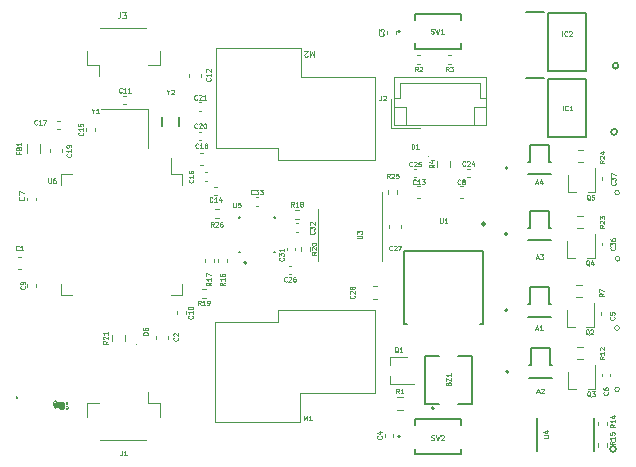
<source format=gbr>
%TF.GenerationSoftware,KiCad,Pcbnew,6.0.7-f9a2dced07~116~ubuntu20.04.1*%
%TF.CreationDate,2022-08-28T21:07:50+05:30*%
%TF.ProjectId,mushak_pcb,6d757368-616b-45f7-9063-622e6b696361,rev?*%
%TF.SameCoordinates,Original*%
%TF.FileFunction,Legend,Top*%
%TF.FilePolarity,Positive*%
%FSLAX46Y46*%
G04 Gerber Fmt 4.6, Leading zero omitted, Abs format (unit mm)*
G04 Created by KiCad (PCBNEW 6.0.7-f9a2dced07~116~ubuntu20.04.1) date 2022-08-28 21:07:50*
%MOMM*%
%LPD*%
G01*
G04 APERTURE LIST*
%ADD10C,0.100000*%
%ADD11C,0.012500*%
%ADD12C,0.120000*%
%ADD13C,0.150000*%
%ADD14C,0.127000*%
%ADD15C,0.200000*%
%ADD16C,0.240000*%
G04 APERTURE END LIST*
D10*
%TO.C,R26*%
X170342857Y-96330952D02*
X170209523Y-96140476D01*
X170114285Y-96330952D02*
X170114285Y-95930952D01*
X170266666Y-95930952D01*
X170304761Y-95950000D01*
X170323809Y-95969047D01*
X170342857Y-96007142D01*
X170342857Y-96064285D01*
X170323809Y-96102380D01*
X170304761Y-96121428D01*
X170266666Y-96140476D01*
X170114285Y-96140476D01*
X170495238Y-95969047D02*
X170514285Y-95950000D01*
X170552380Y-95930952D01*
X170647619Y-95930952D01*
X170685714Y-95950000D01*
X170704761Y-95969047D01*
X170723809Y-96007142D01*
X170723809Y-96045238D01*
X170704761Y-96102380D01*
X170476190Y-96330952D01*
X170723809Y-96330952D01*
X171066666Y-95930952D02*
X170990476Y-95930952D01*
X170952380Y-95950000D01*
X170933333Y-95969047D01*
X170895238Y-96026190D01*
X170876190Y-96102380D01*
X170876190Y-96254761D01*
X170895238Y-96292857D01*
X170914285Y-96311904D01*
X170952380Y-96330952D01*
X171028571Y-96330952D01*
X171066666Y-96311904D01*
X171085714Y-96292857D01*
X171104761Y-96254761D01*
X171104761Y-96159523D01*
X171085714Y-96121428D01*
X171066666Y-96102380D01*
X171028571Y-96083333D01*
X170952380Y-96083333D01*
X170914285Y-96102380D01*
X170895238Y-96121428D01*
X170876190Y-96159523D01*
%TO.C,C6*%
X203692857Y-110316666D02*
X203711904Y-110335714D01*
X203730952Y-110392857D01*
X203730952Y-110430952D01*
X203711904Y-110488095D01*
X203673809Y-110526190D01*
X203635714Y-110545238D01*
X203559523Y-110564285D01*
X203502380Y-110564285D01*
X203426190Y-110545238D01*
X203388095Y-110526190D01*
X203350000Y-110488095D01*
X203330952Y-110430952D01*
X203330952Y-110392857D01*
X203350000Y-110335714D01*
X203369047Y-110316666D01*
X203330952Y-109973809D02*
X203330952Y-110050000D01*
X203350000Y-110088095D01*
X203369047Y-110107142D01*
X203426190Y-110145238D01*
X203502380Y-110164285D01*
X203654761Y-110164285D01*
X203692857Y-110145238D01*
X203711904Y-110126190D01*
X203730952Y-110088095D01*
X203730952Y-110011904D01*
X203711904Y-109973809D01*
X203692857Y-109954761D01*
X203654761Y-109935714D01*
X203559523Y-109935714D01*
X203521428Y-109954761D01*
X203502380Y-109973809D01*
X203483333Y-110011904D01*
X203483333Y-110088095D01*
X203502380Y-110126190D01*
X203521428Y-110145238D01*
X203559523Y-110164285D01*
%TO.C,R15*%
X204280952Y-114507142D02*
X204090476Y-114640476D01*
X204280952Y-114735714D02*
X203880952Y-114735714D01*
X203880952Y-114583333D01*
X203900000Y-114545238D01*
X203919047Y-114526190D01*
X203957142Y-114507142D01*
X204014285Y-114507142D01*
X204052380Y-114526190D01*
X204071428Y-114545238D01*
X204090476Y-114583333D01*
X204090476Y-114735714D01*
X204280952Y-114126190D02*
X204280952Y-114354761D01*
X204280952Y-114240476D02*
X203880952Y-114240476D01*
X203938095Y-114278571D01*
X203976190Y-114316666D01*
X203995238Y-114354761D01*
X203880952Y-113764285D02*
X203880952Y-113954761D01*
X204071428Y-113973809D01*
X204052380Y-113954761D01*
X204033333Y-113916666D01*
X204033333Y-113821428D01*
X204052380Y-113783333D01*
X204071428Y-113764285D01*
X204109523Y-113745238D01*
X204204761Y-113745238D01*
X204242857Y-113764285D01*
X204261904Y-113783333D01*
X204280952Y-113821428D01*
X204280952Y-113916666D01*
X204261904Y-113954761D01*
X204242857Y-113973809D01*
%TO.C,C11*%
X162542857Y-84942857D02*
X162523809Y-84961904D01*
X162466666Y-84980952D01*
X162428571Y-84980952D01*
X162371428Y-84961904D01*
X162333333Y-84923809D01*
X162314285Y-84885714D01*
X162295238Y-84809523D01*
X162295238Y-84752380D01*
X162314285Y-84676190D01*
X162333333Y-84638095D01*
X162371428Y-84600000D01*
X162428571Y-84580952D01*
X162466666Y-84580952D01*
X162523809Y-84600000D01*
X162542857Y-84619047D01*
X162923809Y-84980952D02*
X162695238Y-84980952D01*
X162809523Y-84980952D02*
X162809523Y-84580952D01*
X162771428Y-84638095D01*
X162733333Y-84676190D01*
X162695238Y-84695238D01*
X163304761Y-84980952D02*
X163076190Y-84980952D01*
X163190476Y-84980952D02*
X163190476Y-84580952D01*
X163152380Y-84638095D01*
X163114285Y-84676190D01*
X163076190Y-84695238D01*
%TO.C,C2*%
X167292857Y-105716666D02*
X167311904Y-105735714D01*
X167330952Y-105792857D01*
X167330952Y-105830952D01*
X167311904Y-105888095D01*
X167273809Y-105926190D01*
X167235714Y-105945238D01*
X167159523Y-105964285D01*
X167102380Y-105964285D01*
X167026190Y-105945238D01*
X166988095Y-105926190D01*
X166950000Y-105888095D01*
X166930952Y-105830952D01*
X166930952Y-105792857D01*
X166950000Y-105735714D01*
X166969047Y-105716666D01*
X166969047Y-105564285D02*
X166950000Y-105545238D01*
X166930952Y-105507142D01*
X166930952Y-105411904D01*
X166950000Y-105373809D01*
X166969047Y-105354761D01*
X167007142Y-105335714D01*
X167045238Y-105335714D01*
X167102380Y-105354761D01*
X167330952Y-105583333D01*
X167330952Y-105335714D01*
%TO.C,Y2*%
X166509523Y-84940476D02*
X166509523Y-85130952D01*
X166376190Y-84730952D02*
X166509523Y-84940476D01*
X166642857Y-84730952D01*
X166757142Y-84769047D02*
X166776190Y-84750000D01*
X166814285Y-84730952D01*
X166909523Y-84730952D01*
X166947619Y-84750000D01*
X166966666Y-84769047D01*
X166985714Y-84807142D01*
X166985714Y-84845238D01*
X166966666Y-84902380D01*
X166738095Y-85130952D01*
X166985714Y-85130952D01*
%TO.C,R12*%
X203430952Y-107307142D02*
X203240476Y-107440476D01*
X203430952Y-107535714D02*
X203030952Y-107535714D01*
X203030952Y-107383333D01*
X203050000Y-107345238D01*
X203069047Y-107326190D01*
X203107142Y-107307142D01*
X203164285Y-107307142D01*
X203202380Y-107326190D01*
X203221428Y-107345238D01*
X203240476Y-107383333D01*
X203240476Y-107535714D01*
X203430952Y-106926190D02*
X203430952Y-107154761D01*
X203430952Y-107040476D02*
X203030952Y-107040476D01*
X203088095Y-107078571D01*
X203126190Y-107116666D01*
X203145238Y-107154761D01*
X203069047Y-106773809D02*
X203050000Y-106754761D01*
X203030952Y-106716666D01*
X203030952Y-106621428D01*
X203050000Y-106583333D01*
X203069047Y-106564285D01*
X203107142Y-106545238D01*
X203145238Y-106545238D01*
X203202380Y-106564285D01*
X203430952Y-106792857D01*
X203430952Y-106545238D01*
%TO.C,R20*%
X179030952Y-98457142D02*
X178840476Y-98590476D01*
X179030952Y-98685714D02*
X178630952Y-98685714D01*
X178630952Y-98533333D01*
X178650000Y-98495238D01*
X178669047Y-98476190D01*
X178707142Y-98457142D01*
X178764285Y-98457142D01*
X178802380Y-98476190D01*
X178821428Y-98495238D01*
X178840476Y-98533333D01*
X178840476Y-98685714D01*
X178669047Y-98304761D02*
X178650000Y-98285714D01*
X178630952Y-98247619D01*
X178630952Y-98152380D01*
X178650000Y-98114285D01*
X178669047Y-98095238D01*
X178707142Y-98076190D01*
X178745238Y-98076190D01*
X178802380Y-98095238D01*
X179030952Y-98323809D01*
X179030952Y-98076190D01*
X178630952Y-97828571D02*
X178630952Y-97790476D01*
X178650000Y-97752380D01*
X178669047Y-97733333D01*
X178707142Y-97714285D01*
X178783333Y-97695238D01*
X178878571Y-97695238D01*
X178954761Y-97714285D01*
X178992857Y-97733333D01*
X179011904Y-97752380D01*
X179030952Y-97790476D01*
X179030952Y-97828571D01*
X179011904Y-97866666D01*
X178992857Y-97885714D01*
X178954761Y-97904761D01*
X178878571Y-97923809D01*
X178783333Y-97923809D01*
X178707142Y-97904761D01*
X178669047Y-97885714D01*
X178650000Y-97866666D01*
X178630952Y-97828571D01*
%TO.C,SW2*%
X188766666Y-114361904D02*
X188823809Y-114380952D01*
X188919047Y-114380952D01*
X188957142Y-114361904D01*
X188976190Y-114342857D01*
X188995238Y-114304761D01*
X188995238Y-114266666D01*
X188976190Y-114228571D01*
X188957142Y-114209523D01*
X188919047Y-114190476D01*
X188842857Y-114171428D01*
X188804761Y-114152380D01*
X188785714Y-114133333D01*
X188766666Y-114095238D01*
X188766666Y-114057142D01*
X188785714Y-114019047D01*
X188804761Y-114000000D01*
X188842857Y-113980952D01*
X188938095Y-113980952D01*
X188995238Y-114000000D01*
X189128571Y-113980952D02*
X189223809Y-114380952D01*
X189300000Y-114095238D01*
X189376190Y-114380952D01*
X189471428Y-113980952D01*
X189604761Y-114019047D02*
X189623809Y-114000000D01*
X189661904Y-113980952D01*
X189757142Y-113980952D01*
X189795238Y-114000000D01*
X189814285Y-114019047D01*
X189833333Y-114057142D01*
X189833333Y-114095238D01*
X189814285Y-114152380D01*
X189585714Y-114380952D01*
X189833333Y-114380952D01*
%TO.C,C9*%
X154342857Y-101366666D02*
X154361904Y-101385714D01*
X154380952Y-101442857D01*
X154380952Y-101480952D01*
X154361904Y-101538095D01*
X154323809Y-101576190D01*
X154285714Y-101595238D01*
X154209523Y-101614285D01*
X154152380Y-101614285D01*
X154076190Y-101595238D01*
X154038095Y-101576190D01*
X154000000Y-101538095D01*
X153980952Y-101480952D01*
X153980952Y-101442857D01*
X154000000Y-101385714D01*
X154019047Y-101366666D01*
X154380952Y-101176190D02*
X154380952Y-101100000D01*
X154361904Y-101061904D01*
X154342857Y-101042857D01*
X154285714Y-101004761D01*
X154209523Y-100985714D01*
X154057142Y-100985714D01*
X154019047Y-101004761D01*
X154000000Y-101023809D01*
X153980952Y-101061904D01*
X153980952Y-101138095D01*
X154000000Y-101176190D01*
X154019047Y-101195238D01*
X154057142Y-101214285D01*
X154152380Y-101214285D01*
X154190476Y-101195238D01*
X154209523Y-101176190D01*
X154228571Y-101138095D01*
X154228571Y-101061904D01*
X154209523Y-101023809D01*
X154190476Y-101004761D01*
X154152380Y-100985714D01*
%TO.C,C8*%
X191233333Y-92692857D02*
X191214285Y-92711904D01*
X191157142Y-92730952D01*
X191119047Y-92730952D01*
X191061904Y-92711904D01*
X191023809Y-92673809D01*
X191004761Y-92635714D01*
X190985714Y-92559523D01*
X190985714Y-92502380D01*
X191004761Y-92426190D01*
X191023809Y-92388095D01*
X191061904Y-92350000D01*
X191119047Y-92330952D01*
X191157142Y-92330952D01*
X191214285Y-92350000D01*
X191233333Y-92369047D01*
X191461904Y-92502380D02*
X191423809Y-92483333D01*
X191404761Y-92464285D01*
X191385714Y-92426190D01*
X191385714Y-92407142D01*
X191404761Y-92369047D01*
X191423809Y-92350000D01*
X191461904Y-92330952D01*
X191538095Y-92330952D01*
X191576190Y-92350000D01*
X191595238Y-92369047D01*
X191614285Y-92407142D01*
X191614285Y-92426190D01*
X191595238Y-92464285D01*
X191576190Y-92483333D01*
X191538095Y-92502380D01*
X191461904Y-92502380D01*
X191423809Y-92521428D01*
X191404761Y-92540476D01*
X191385714Y-92578571D01*
X191385714Y-92654761D01*
X191404761Y-92692857D01*
X191423809Y-92711904D01*
X191461904Y-92730952D01*
X191538095Y-92730952D01*
X191576190Y-92711904D01*
X191595238Y-92692857D01*
X191614285Y-92654761D01*
X191614285Y-92578571D01*
X191595238Y-92540476D01*
X191576190Y-92521428D01*
X191538095Y-92502380D01*
%TO.C,Q1*%
X185961904Y-106969047D02*
X185923809Y-106950000D01*
X185885714Y-106911904D01*
X185828571Y-106854761D01*
X185790476Y-106835714D01*
X185752380Y-106835714D01*
X185771428Y-106930952D02*
X185733333Y-106911904D01*
X185695238Y-106873809D01*
X185676190Y-106797619D01*
X185676190Y-106664285D01*
X185695238Y-106588095D01*
X185733333Y-106550000D01*
X185771428Y-106530952D01*
X185847619Y-106530952D01*
X185885714Y-106550000D01*
X185923809Y-106588095D01*
X185942857Y-106664285D01*
X185942857Y-106797619D01*
X185923809Y-106873809D01*
X185885714Y-106911904D01*
X185847619Y-106930952D01*
X185771428Y-106930952D01*
X186323809Y-106930952D02*
X186095238Y-106930952D01*
X186209523Y-106930952D02*
X186209523Y-106530952D01*
X186171428Y-106588095D01*
X186133333Y-106626190D01*
X186095238Y-106645238D01*
%TO.C,C15*%
X159242857Y-88357142D02*
X159261904Y-88376190D01*
X159280952Y-88433333D01*
X159280952Y-88471428D01*
X159261904Y-88528571D01*
X159223809Y-88566666D01*
X159185714Y-88585714D01*
X159109523Y-88604761D01*
X159052380Y-88604761D01*
X158976190Y-88585714D01*
X158938095Y-88566666D01*
X158900000Y-88528571D01*
X158880952Y-88471428D01*
X158880952Y-88433333D01*
X158900000Y-88376190D01*
X158919047Y-88357142D01*
X159280952Y-87976190D02*
X159280952Y-88204761D01*
X159280952Y-88090476D02*
X158880952Y-88090476D01*
X158938095Y-88128571D01*
X158976190Y-88166666D01*
X158995238Y-88204761D01*
X158880952Y-87614285D02*
X158880952Y-87804761D01*
X159071428Y-87823809D01*
X159052380Y-87804761D01*
X159033333Y-87766666D01*
X159033333Y-87671428D01*
X159052380Y-87633333D01*
X159071428Y-87614285D01*
X159109523Y-87595238D01*
X159204761Y-87595238D01*
X159242857Y-87614285D01*
X159261904Y-87633333D01*
X159280952Y-87671428D01*
X159280952Y-87766666D01*
X159261904Y-87804761D01*
X159242857Y-87823809D01*
%TO.C,C37*%
X204342857Y-92557142D02*
X204361904Y-92576190D01*
X204380952Y-92633333D01*
X204380952Y-92671428D01*
X204361904Y-92728571D01*
X204323809Y-92766666D01*
X204285714Y-92785714D01*
X204209523Y-92804761D01*
X204152380Y-92804761D01*
X204076190Y-92785714D01*
X204038095Y-92766666D01*
X204000000Y-92728571D01*
X203980952Y-92671428D01*
X203980952Y-92633333D01*
X204000000Y-92576190D01*
X204019047Y-92557142D01*
X203980952Y-92423809D02*
X203980952Y-92176190D01*
X204133333Y-92309523D01*
X204133333Y-92252380D01*
X204152380Y-92214285D01*
X204171428Y-92195238D01*
X204209523Y-92176190D01*
X204304761Y-92176190D01*
X204342857Y-92195238D01*
X204361904Y-92214285D01*
X204380952Y-92252380D01*
X204380952Y-92366666D01*
X204361904Y-92404761D01*
X204342857Y-92423809D01*
X203980952Y-92042857D02*
X203980952Y-91776190D01*
X204380952Y-91947619D01*
%TO.C,C19*%
X158242857Y-90157142D02*
X158261904Y-90176190D01*
X158280952Y-90233333D01*
X158280952Y-90271428D01*
X158261904Y-90328571D01*
X158223809Y-90366666D01*
X158185714Y-90385714D01*
X158109523Y-90404761D01*
X158052380Y-90404761D01*
X157976190Y-90385714D01*
X157938095Y-90366666D01*
X157900000Y-90328571D01*
X157880952Y-90271428D01*
X157880952Y-90233333D01*
X157900000Y-90176190D01*
X157919047Y-90157142D01*
X158280952Y-89776190D02*
X158280952Y-90004761D01*
X158280952Y-89890476D02*
X157880952Y-89890476D01*
X157938095Y-89928571D01*
X157976190Y-89966666D01*
X157995238Y-90004761D01*
X158280952Y-89585714D02*
X158280952Y-89509523D01*
X158261904Y-89471428D01*
X158242857Y-89452380D01*
X158185714Y-89414285D01*
X158109523Y-89395238D01*
X157957142Y-89395238D01*
X157919047Y-89414285D01*
X157900000Y-89433333D01*
X157880952Y-89471428D01*
X157880952Y-89547619D01*
X157900000Y-89585714D01*
X157919047Y-89604761D01*
X157957142Y-89623809D01*
X158052380Y-89623809D01*
X158090476Y-89604761D01*
X158109523Y-89585714D01*
X158128571Y-89547619D01*
X158128571Y-89471428D01*
X158109523Y-89433333D01*
X158090476Y-89414285D01*
X158052380Y-89395238D01*
%TO.C,R14*%
X204330952Y-113057142D02*
X204140476Y-113190476D01*
X204330952Y-113285714D02*
X203930952Y-113285714D01*
X203930952Y-113133333D01*
X203950000Y-113095238D01*
X203969047Y-113076190D01*
X204007142Y-113057142D01*
X204064285Y-113057142D01*
X204102380Y-113076190D01*
X204121428Y-113095238D01*
X204140476Y-113133333D01*
X204140476Y-113285714D01*
X204330952Y-112676190D02*
X204330952Y-112904761D01*
X204330952Y-112790476D02*
X203930952Y-112790476D01*
X203988095Y-112828571D01*
X204026190Y-112866666D01*
X204045238Y-112904761D01*
X204064285Y-112333333D02*
X204330952Y-112333333D01*
X203911904Y-112428571D02*
X204197619Y-112523809D01*
X204197619Y-112276190D01*
%TO.C,Q3*%
X202261904Y-110719047D02*
X202223809Y-110700000D01*
X202185714Y-110661904D01*
X202128571Y-110604761D01*
X202090476Y-110585714D01*
X202052380Y-110585714D01*
X202071428Y-110680952D02*
X202033333Y-110661904D01*
X201995238Y-110623809D01*
X201976190Y-110547619D01*
X201976190Y-110414285D01*
X201995238Y-110338095D01*
X202033333Y-110300000D01*
X202071428Y-110280952D01*
X202147619Y-110280952D01*
X202185714Y-110300000D01*
X202223809Y-110338095D01*
X202242857Y-110414285D01*
X202242857Y-110547619D01*
X202223809Y-110623809D01*
X202185714Y-110661904D01*
X202147619Y-110680952D01*
X202071428Y-110680952D01*
X202376190Y-110280952D02*
X202623809Y-110280952D01*
X202490476Y-110433333D01*
X202547619Y-110433333D01*
X202585714Y-110452380D01*
X202604761Y-110471428D01*
X202623809Y-110509523D01*
X202623809Y-110604761D01*
X202604761Y-110642857D01*
X202585714Y-110661904D01*
X202547619Y-110680952D01*
X202433333Y-110680952D01*
X202395238Y-110661904D01*
X202376190Y-110642857D01*
%TO.C,R3*%
X190233333Y-83180952D02*
X190100000Y-82990476D01*
X190004761Y-83180952D02*
X190004761Y-82780952D01*
X190157142Y-82780952D01*
X190195238Y-82800000D01*
X190214285Y-82819047D01*
X190233333Y-82857142D01*
X190233333Y-82914285D01*
X190214285Y-82952380D01*
X190195238Y-82971428D01*
X190157142Y-82990476D01*
X190004761Y-82990476D01*
X190366666Y-82780952D02*
X190614285Y-82780952D01*
X190480952Y-82933333D01*
X190538095Y-82933333D01*
X190576190Y-82952380D01*
X190595238Y-82971428D01*
X190614285Y-83009523D01*
X190614285Y-83104761D01*
X190595238Y-83142857D01*
X190576190Y-83161904D01*
X190538095Y-83180952D01*
X190423809Y-83180952D01*
X190385714Y-83161904D01*
X190366666Y-83142857D01*
%TO.C,R2*%
X187633333Y-83180952D02*
X187500000Y-82990476D01*
X187404761Y-83180952D02*
X187404761Y-82780952D01*
X187557142Y-82780952D01*
X187595238Y-82800000D01*
X187614285Y-82819047D01*
X187633333Y-82857142D01*
X187633333Y-82914285D01*
X187614285Y-82952380D01*
X187595238Y-82971428D01*
X187557142Y-82990476D01*
X187404761Y-82990476D01*
X187785714Y-82819047D02*
X187804761Y-82800000D01*
X187842857Y-82780952D01*
X187938095Y-82780952D01*
X187976190Y-82800000D01*
X187995238Y-82819047D01*
X188014285Y-82857142D01*
X188014285Y-82895238D01*
X187995238Y-82952380D01*
X187766666Y-83180952D01*
X188014285Y-83180952D01*
%TO.C,C10*%
X168542857Y-103857142D02*
X168561904Y-103876190D01*
X168580952Y-103933333D01*
X168580952Y-103971428D01*
X168561904Y-104028571D01*
X168523809Y-104066666D01*
X168485714Y-104085714D01*
X168409523Y-104104761D01*
X168352380Y-104104761D01*
X168276190Y-104085714D01*
X168238095Y-104066666D01*
X168200000Y-104028571D01*
X168180952Y-103971428D01*
X168180952Y-103933333D01*
X168200000Y-103876190D01*
X168219047Y-103857142D01*
X168580952Y-103476190D02*
X168580952Y-103704761D01*
X168580952Y-103590476D02*
X168180952Y-103590476D01*
X168238095Y-103628571D01*
X168276190Y-103666666D01*
X168295238Y-103704761D01*
X168180952Y-103228571D02*
X168180952Y-103190476D01*
X168200000Y-103152380D01*
X168219047Y-103133333D01*
X168257142Y-103114285D01*
X168333333Y-103095238D01*
X168428571Y-103095238D01*
X168504761Y-103114285D01*
X168542857Y-103133333D01*
X168561904Y-103152380D01*
X168580952Y-103190476D01*
X168580952Y-103228571D01*
X168561904Y-103266666D01*
X168542857Y-103285714D01*
X168504761Y-103304761D01*
X168428571Y-103323809D01*
X168333333Y-103323809D01*
X168257142Y-103304761D01*
X168219047Y-103285714D01*
X168200000Y-103266666D01*
X168180952Y-103228571D01*
%TO.C,D6*%
X164780952Y-105495238D02*
X164380952Y-105495238D01*
X164380952Y-105400000D01*
X164400000Y-105342857D01*
X164438095Y-105304761D01*
X164476190Y-105285714D01*
X164552380Y-105266666D01*
X164609523Y-105266666D01*
X164685714Y-105285714D01*
X164723809Y-105304761D01*
X164761904Y-105342857D01*
X164780952Y-105400000D01*
X164780952Y-105495238D01*
X164380952Y-104923809D02*
X164380952Y-105000000D01*
X164400000Y-105038095D01*
X164419047Y-105057142D01*
X164476190Y-105095238D01*
X164552380Y-105114285D01*
X164704761Y-105114285D01*
X164742857Y-105095238D01*
X164761904Y-105076190D01*
X164780952Y-105038095D01*
X164780952Y-104961904D01*
X164761904Y-104923809D01*
X164742857Y-104904761D01*
X164704761Y-104885714D01*
X164609523Y-104885714D01*
X164571428Y-104904761D01*
X164552380Y-104923809D01*
X164533333Y-104961904D01*
X164533333Y-105038095D01*
X164552380Y-105076190D01*
X164571428Y-105095238D01*
X164609523Y-105114285D01*
%TO.C,A4*%
X197614285Y-92616666D02*
X197804761Y-92616666D01*
X197576190Y-92730952D02*
X197709523Y-92330952D01*
X197842857Y-92730952D01*
X198147619Y-92464285D02*
X198147619Y-92730952D01*
X198052380Y-92311904D02*
X197957142Y-92597619D01*
X198204761Y-92597619D01*
%TO.C,C32*%
X178842857Y-96707142D02*
X178861904Y-96726190D01*
X178880952Y-96783333D01*
X178880952Y-96821428D01*
X178861904Y-96878571D01*
X178823809Y-96916666D01*
X178785714Y-96935714D01*
X178709523Y-96954761D01*
X178652380Y-96954761D01*
X178576190Y-96935714D01*
X178538095Y-96916666D01*
X178500000Y-96878571D01*
X178480952Y-96821428D01*
X178480952Y-96783333D01*
X178500000Y-96726190D01*
X178519047Y-96707142D01*
X178480952Y-96573809D02*
X178480952Y-96326190D01*
X178633333Y-96459523D01*
X178633333Y-96402380D01*
X178652380Y-96364285D01*
X178671428Y-96345238D01*
X178709523Y-96326190D01*
X178804761Y-96326190D01*
X178842857Y-96345238D01*
X178861904Y-96364285D01*
X178880952Y-96402380D01*
X178880952Y-96516666D01*
X178861904Y-96554761D01*
X178842857Y-96573809D01*
X178519047Y-96173809D02*
X178500000Y-96154761D01*
X178480952Y-96116666D01*
X178480952Y-96021428D01*
X178500000Y-95983333D01*
X178519047Y-95964285D01*
X178557142Y-95945238D01*
X178595238Y-95945238D01*
X178652380Y-95964285D01*
X178880952Y-96192857D01*
X178880952Y-95945238D01*
%TO.C,C16*%
X168592857Y-92357142D02*
X168611904Y-92376190D01*
X168630952Y-92433333D01*
X168630952Y-92471428D01*
X168611904Y-92528571D01*
X168573809Y-92566666D01*
X168535714Y-92585714D01*
X168459523Y-92604761D01*
X168402380Y-92604761D01*
X168326190Y-92585714D01*
X168288095Y-92566666D01*
X168250000Y-92528571D01*
X168230952Y-92471428D01*
X168230952Y-92433333D01*
X168250000Y-92376190D01*
X168269047Y-92357142D01*
X168630952Y-91976190D02*
X168630952Y-92204761D01*
X168630952Y-92090476D02*
X168230952Y-92090476D01*
X168288095Y-92128571D01*
X168326190Y-92166666D01*
X168345238Y-92204761D01*
X168230952Y-91633333D02*
X168230952Y-91709523D01*
X168250000Y-91747619D01*
X168269047Y-91766666D01*
X168326190Y-91804761D01*
X168402380Y-91823809D01*
X168554761Y-91823809D01*
X168592857Y-91804761D01*
X168611904Y-91785714D01*
X168630952Y-91747619D01*
X168630952Y-91671428D01*
X168611904Y-91633333D01*
X168592857Y-91614285D01*
X168554761Y-91595238D01*
X168459523Y-91595238D01*
X168421428Y-91614285D01*
X168402380Y-91633333D01*
X168383333Y-91671428D01*
X168383333Y-91747619D01*
X168402380Y-91785714D01*
X168421428Y-91804761D01*
X168459523Y-91823809D01*
D11*
%TO.C,G\u002A\u002A\u002A*%
X153620092Y-110791678D02*
X153617711Y-110796440D01*
X153617711Y-110803583D01*
X153620092Y-110810726D01*
X153624853Y-110815488D01*
X153629615Y-110817869D01*
X153639139Y-110820250D01*
X153646282Y-110820250D01*
X153655806Y-110817869D01*
X153660568Y-110815488D01*
X153665330Y-110810726D01*
X153667711Y-110803583D01*
X153667711Y-110798821D01*
X153665330Y-110791678D01*
X153662949Y-110789297D01*
X153646282Y-110789297D01*
X153646282Y-110798821D01*
X153617711Y-110760726D02*
X153629615Y-110760726D01*
X153624853Y-110772631D02*
X153629615Y-110760726D01*
X153624853Y-110748821D01*
X153639139Y-110767869D02*
X153629615Y-110760726D01*
X153639139Y-110753583D01*
X153617711Y-110722631D02*
X153629615Y-110722631D01*
X153624853Y-110734535D02*
X153629615Y-110722631D01*
X153624853Y-110710726D01*
X153639139Y-110729773D02*
X153629615Y-110722631D01*
X153639139Y-110715488D01*
X153617711Y-110684535D02*
X153629615Y-110684535D01*
X153624853Y-110696440D02*
X153629615Y-110684535D01*
X153624853Y-110672631D01*
X153639139Y-110691678D02*
X153629615Y-110684535D01*
X153639139Y-110677392D01*
D10*
%TO.C,J3*%
X162433333Y-78176190D02*
X162433333Y-78533333D01*
X162409523Y-78604761D01*
X162361904Y-78652380D01*
X162290476Y-78676190D01*
X162242857Y-78676190D01*
X162623809Y-78176190D02*
X162933333Y-78176190D01*
X162766666Y-78366666D01*
X162838095Y-78366666D01*
X162885714Y-78390476D01*
X162909523Y-78414285D01*
X162933333Y-78461904D01*
X162933333Y-78580952D01*
X162909523Y-78628571D01*
X162885714Y-78652380D01*
X162838095Y-78676190D01*
X162695238Y-78676190D01*
X162647619Y-78652380D01*
X162623809Y-78628571D01*
%TO.C,R17*%
X170130952Y-101057142D02*
X169940476Y-101190476D01*
X170130952Y-101285714D02*
X169730952Y-101285714D01*
X169730952Y-101133333D01*
X169750000Y-101095238D01*
X169769047Y-101076190D01*
X169807142Y-101057142D01*
X169864285Y-101057142D01*
X169902380Y-101076190D01*
X169921428Y-101095238D01*
X169940476Y-101133333D01*
X169940476Y-101285714D01*
X170130952Y-100676190D02*
X170130952Y-100904761D01*
X170130952Y-100790476D02*
X169730952Y-100790476D01*
X169788095Y-100828571D01*
X169826190Y-100866666D01*
X169845238Y-100904761D01*
X169730952Y-100542857D02*
X169730952Y-100276190D01*
X170130952Y-100447619D01*
%TO.C,Q2*%
X202111904Y-105469047D02*
X202073809Y-105450000D01*
X202035714Y-105411904D01*
X201978571Y-105354761D01*
X201940476Y-105335714D01*
X201902380Y-105335714D01*
X201921428Y-105430952D02*
X201883333Y-105411904D01*
X201845238Y-105373809D01*
X201826190Y-105297619D01*
X201826190Y-105164285D01*
X201845238Y-105088095D01*
X201883333Y-105050000D01*
X201921428Y-105030952D01*
X201997619Y-105030952D01*
X202035714Y-105050000D01*
X202073809Y-105088095D01*
X202092857Y-105164285D01*
X202092857Y-105297619D01*
X202073809Y-105373809D01*
X202035714Y-105411904D01*
X201997619Y-105430952D01*
X201921428Y-105430952D01*
X202245238Y-105069047D02*
X202264285Y-105050000D01*
X202302380Y-105030952D01*
X202397619Y-105030952D01*
X202435714Y-105050000D01*
X202454761Y-105069047D01*
X202473809Y-105107142D01*
X202473809Y-105145238D01*
X202454761Y-105202380D01*
X202226190Y-105430952D01*
X202473809Y-105430952D01*
%TO.C,A2*%
X197714285Y-110316666D02*
X197904761Y-110316666D01*
X197676190Y-110430952D02*
X197809523Y-110030952D01*
X197942857Y-110430952D01*
X198057142Y-110069047D02*
X198076190Y-110050000D01*
X198114285Y-110030952D01*
X198209523Y-110030952D01*
X198247619Y-110050000D01*
X198266666Y-110069047D01*
X198285714Y-110107142D01*
X198285714Y-110145238D01*
X198266666Y-110202380D01*
X198038095Y-110430952D01*
X198285714Y-110430952D01*
%TO.C,R7*%
X203380952Y-101966666D02*
X203190476Y-102100000D01*
X203380952Y-102195238D02*
X202980952Y-102195238D01*
X202980952Y-102042857D01*
X203000000Y-102004761D01*
X203019047Y-101985714D01*
X203057142Y-101966666D01*
X203114285Y-101966666D01*
X203152380Y-101985714D01*
X203171428Y-102004761D01*
X203190476Y-102042857D01*
X203190476Y-102195238D01*
X202980952Y-101833333D02*
X202980952Y-101566666D01*
X203380952Y-101738095D01*
%TO.C,C3*%
X184692857Y-79966666D02*
X184711904Y-79985714D01*
X184730952Y-80042857D01*
X184730952Y-80080952D01*
X184711904Y-80138095D01*
X184673809Y-80176190D01*
X184635714Y-80195238D01*
X184559523Y-80214285D01*
X184502380Y-80214285D01*
X184426190Y-80195238D01*
X184388095Y-80176190D01*
X184350000Y-80138095D01*
X184330952Y-80080952D01*
X184330952Y-80042857D01*
X184350000Y-79985714D01*
X184369047Y-79966666D01*
X184330952Y-79833333D02*
X184330952Y-79585714D01*
X184483333Y-79719047D01*
X184483333Y-79661904D01*
X184502380Y-79623809D01*
X184521428Y-79604761D01*
X184559523Y-79585714D01*
X184654761Y-79585714D01*
X184692857Y-79604761D01*
X184711904Y-79623809D01*
X184730952Y-79661904D01*
X184730952Y-79776190D01*
X184711904Y-79814285D01*
X184692857Y-79833333D01*
%TO.C,Q4*%
X202161904Y-99619047D02*
X202123809Y-99600000D01*
X202085714Y-99561904D01*
X202028571Y-99504761D01*
X201990476Y-99485714D01*
X201952380Y-99485714D01*
X201971428Y-99580952D02*
X201933333Y-99561904D01*
X201895238Y-99523809D01*
X201876190Y-99447619D01*
X201876190Y-99314285D01*
X201895238Y-99238095D01*
X201933333Y-99200000D01*
X201971428Y-99180952D01*
X202047619Y-99180952D01*
X202085714Y-99200000D01*
X202123809Y-99238095D01*
X202142857Y-99314285D01*
X202142857Y-99447619D01*
X202123809Y-99523809D01*
X202085714Y-99561904D01*
X202047619Y-99580952D01*
X201971428Y-99580952D01*
X202485714Y-99314285D02*
X202485714Y-99580952D01*
X202390476Y-99161904D02*
X202295238Y-99447619D01*
X202542857Y-99447619D01*
%TO.C,U6*%
X156345238Y-92230952D02*
X156345238Y-92554761D01*
X156364285Y-92592857D01*
X156383333Y-92611904D01*
X156421428Y-92630952D01*
X156497619Y-92630952D01*
X156535714Y-92611904D01*
X156554761Y-92592857D01*
X156573809Y-92554761D01*
X156573809Y-92230952D01*
X156935714Y-92230952D02*
X156859523Y-92230952D01*
X156821428Y-92250000D01*
X156802380Y-92269047D01*
X156764285Y-92326190D01*
X156745238Y-92402380D01*
X156745238Y-92554761D01*
X156764285Y-92592857D01*
X156783333Y-92611904D01*
X156821428Y-92630952D01*
X156897619Y-92630952D01*
X156935714Y-92611904D01*
X156954761Y-92592857D01*
X156973809Y-92554761D01*
X156973809Y-92459523D01*
X156954761Y-92421428D01*
X156935714Y-92402380D01*
X156897619Y-92383333D01*
X156821428Y-92383333D01*
X156783333Y-92402380D01*
X156764285Y-92421428D01*
X156745238Y-92459523D01*
%TO.C,C21*%
X168942857Y-85542857D02*
X168923809Y-85561904D01*
X168866666Y-85580952D01*
X168828571Y-85580952D01*
X168771428Y-85561904D01*
X168733333Y-85523809D01*
X168714285Y-85485714D01*
X168695238Y-85409523D01*
X168695238Y-85352380D01*
X168714285Y-85276190D01*
X168733333Y-85238095D01*
X168771428Y-85200000D01*
X168828571Y-85180952D01*
X168866666Y-85180952D01*
X168923809Y-85200000D01*
X168942857Y-85219047D01*
X169095238Y-85219047D02*
X169114285Y-85200000D01*
X169152380Y-85180952D01*
X169247619Y-85180952D01*
X169285714Y-85200000D01*
X169304761Y-85219047D01*
X169323809Y-85257142D01*
X169323809Y-85295238D01*
X169304761Y-85352380D01*
X169076190Y-85580952D01*
X169323809Y-85580952D01*
X169704761Y-85580952D02*
X169476190Y-85580952D01*
X169590476Y-85580952D02*
X169590476Y-85180952D01*
X169552380Y-85238095D01*
X169514285Y-85276190D01*
X169476190Y-85295238D01*
%TO.C,C14*%
X170242857Y-94192857D02*
X170223809Y-94211904D01*
X170166666Y-94230952D01*
X170128571Y-94230952D01*
X170071428Y-94211904D01*
X170033333Y-94173809D01*
X170014285Y-94135714D01*
X169995238Y-94059523D01*
X169995238Y-94002380D01*
X170014285Y-93926190D01*
X170033333Y-93888095D01*
X170071428Y-93850000D01*
X170128571Y-93830952D01*
X170166666Y-93830952D01*
X170223809Y-93850000D01*
X170242857Y-93869047D01*
X170623809Y-94230952D02*
X170395238Y-94230952D01*
X170509523Y-94230952D02*
X170509523Y-93830952D01*
X170471428Y-93888095D01*
X170433333Y-93926190D01*
X170395238Y-93945238D01*
X170966666Y-93964285D02*
X170966666Y-94230952D01*
X170871428Y-93811904D02*
X170776190Y-94097619D01*
X171023809Y-94097619D01*
%TO.C,U4*%
X198280952Y-114204761D02*
X198604761Y-114204761D01*
X198642857Y-114185714D01*
X198661904Y-114166666D01*
X198680952Y-114128571D01*
X198680952Y-114052380D01*
X198661904Y-114014285D01*
X198642857Y-113995238D01*
X198604761Y-113976190D01*
X198280952Y-113976190D01*
X198414285Y-113614285D02*
X198680952Y-113614285D01*
X198261904Y-113709523D02*
X198547619Y-113804761D01*
X198547619Y-113557142D01*
%TO.C,IC2*%
X199859523Y-80180952D02*
X199859523Y-79780952D01*
X200278571Y-80142857D02*
X200259523Y-80161904D01*
X200202380Y-80180952D01*
X200164285Y-80180952D01*
X200107142Y-80161904D01*
X200069047Y-80123809D01*
X200050000Y-80085714D01*
X200030952Y-80009523D01*
X200030952Y-79952380D01*
X200050000Y-79876190D01*
X200069047Y-79838095D01*
X200107142Y-79800000D01*
X200164285Y-79780952D01*
X200202380Y-79780952D01*
X200259523Y-79800000D01*
X200278571Y-79819047D01*
X200430952Y-79819047D02*
X200450000Y-79800000D01*
X200488095Y-79780952D01*
X200583333Y-79780952D01*
X200621428Y-79800000D01*
X200640476Y-79819047D01*
X200659523Y-79857142D01*
X200659523Y-79895238D01*
X200640476Y-79952380D01*
X200411904Y-80180952D01*
X200659523Y-80180952D01*
%TO.C,C33*%
X173742857Y-93542857D02*
X173723809Y-93561904D01*
X173666666Y-93580952D01*
X173628571Y-93580952D01*
X173571428Y-93561904D01*
X173533333Y-93523809D01*
X173514285Y-93485714D01*
X173495238Y-93409523D01*
X173495238Y-93352380D01*
X173514285Y-93276190D01*
X173533333Y-93238095D01*
X173571428Y-93200000D01*
X173628571Y-93180952D01*
X173666666Y-93180952D01*
X173723809Y-93200000D01*
X173742857Y-93219047D01*
X173876190Y-93180952D02*
X174123809Y-93180952D01*
X173990476Y-93333333D01*
X174047619Y-93333333D01*
X174085714Y-93352380D01*
X174104761Y-93371428D01*
X174123809Y-93409523D01*
X174123809Y-93504761D01*
X174104761Y-93542857D01*
X174085714Y-93561904D01*
X174047619Y-93580952D01*
X173933333Y-93580952D01*
X173895238Y-93561904D01*
X173876190Y-93542857D01*
X174257142Y-93180952D02*
X174504761Y-93180952D01*
X174371428Y-93333333D01*
X174428571Y-93333333D01*
X174466666Y-93352380D01*
X174485714Y-93371428D01*
X174504761Y-93409523D01*
X174504761Y-93504761D01*
X174485714Y-93542857D01*
X174466666Y-93561904D01*
X174428571Y-93580952D01*
X174314285Y-93580952D01*
X174276190Y-93561904D01*
X174257142Y-93542857D01*
%TO.C,U5*%
X171995238Y-94280952D02*
X171995238Y-94604761D01*
X172014285Y-94642857D01*
X172033333Y-94661904D01*
X172071428Y-94680952D01*
X172147619Y-94680952D01*
X172185714Y-94661904D01*
X172204761Y-94642857D01*
X172223809Y-94604761D01*
X172223809Y-94280952D01*
X172604761Y-94280952D02*
X172414285Y-94280952D01*
X172395238Y-94471428D01*
X172414285Y-94452380D01*
X172452380Y-94433333D01*
X172547619Y-94433333D01*
X172585714Y-94452380D01*
X172604761Y-94471428D01*
X172623809Y-94509523D01*
X172623809Y-94604761D01*
X172604761Y-94642857D01*
X172585714Y-94661904D01*
X172547619Y-94680952D01*
X172452380Y-94680952D01*
X172414285Y-94661904D01*
X172395238Y-94642857D01*
%TO.C,C24*%
X191642857Y-91142857D02*
X191623809Y-91161904D01*
X191566666Y-91180952D01*
X191528571Y-91180952D01*
X191471428Y-91161904D01*
X191433333Y-91123809D01*
X191414285Y-91085714D01*
X191395238Y-91009523D01*
X191395238Y-90952380D01*
X191414285Y-90876190D01*
X191433333Y-90838095D01*
X191471428Y-90800000D01*
X191528571Y-90780952D01*
X191566666Y-90780952D01*
X191623809Y-90800000D01*
X191642857Y-90819047D01*
X191795238Y-90819047D02*
X191814285Y-90800000D01*
X191852380Y-90780952D01*
X191947619Y-90780952D01*
X191985714Y-90800000D01*
X192004761Y-90819047D01*
X192023809Y-90857142D01*
X192023809Y-90895238D01*
X192004761Y-90952380D01*
X191776190Y-91180952D01*
X192023809Y-91180952D01*
X192366666Y-90914285D02*
X192366666Y-91180952D01*
X192271428Y-90761904D02*
X192176190Y-91047619D01*
X192423809Y-91047619D01*
%TO.C,R21*%
X161380952Y-106007142D02*
X161190476Y-106140476D01*
X161380952Y-106235714D02*
X160980952Y-106235714D01*
X160980952Y-106083333D01*
X161000000Y-106045238D01*
X161019047Y-106026190D01*
X161057142Y-106007142D01*
X161114285Y-106007142D01*
X161152380Y-106026190D01*
X161171428Y-106045238D01*
X161190476Y-106083333D01*
X161190476Y-106235714D01*
X161019047Y-105854761D02*
X161000000Y-105835714D01*
X160980952Y-105797619D01*
X160980952Y-105702380D01*
X161000000Y-105664285D01*
X161019047Y-105645238D01*
X161057142Y-105626190D01*
X161095238Y-105626190D01*
X161152380Y-105645238D01*
X161380952Y-105873809D01*
X161380952Y-105626190D01*
X161380952Y-105245238D02*
X161380952Y-105473809D01*
X161380952Y-105359523D02*
X160980952Y-105359523D01*
X161038095Y-105397619D01*
X161076190Y-105435714D01*
X161095238Y-105473809D01*
%TO.C,C12*%
X170042857Y-83757142D02*
X170061904Y-83776190D01*
X170080952Y-83833333D01*
X170080952Y-83871428D01*
X170061904Y-83928571D01*
X170023809Y-83966666D01*
X169985714Y-83985714D01*
X169909523Y-84004761D01*
X169852380Y-84004761D01*
X169776190Y-83985714D01*
X169738095Y-83966666D01*
X169700000Y-83928571D01*
X169680952Y-83871428D01*
X169680952Y-83833333D01*
X169700000Y-83776190D01*
X169719047Y-83757142D01*
X170080952Y-83376190D02*
X170080952Y-83604761D01*
X170080952Y-83490476D02*
X169680952Y-83490476D01*
X169738095Y-83528571D01*
X169776190Y-83566666D01*
X169795238Y-83604761D01*
X169719047Y-83223809D02*
X169700000Y-83204761D01*
X169680952Y-83166666D01*
X169680952Y-83071428D01*
X169700000Y-83033333D01*
X169719047Y-83014285D01*
X169757142Y-82995238D01*
X169795238Y-82995238D01*
X169852380Y-83014285D01*
X170080952Y-83242857D01*
X170080952Y-82995238D01*
%TO.C,C27*%
X185442857Y-98292857D02*
X185423809Y-98311904D01*
X185366666Y-98330952D01*
X185328571Y-98330952D01*
X185271428Y-98311904D01*
X185233333Y-98273809D01*
X185214285Y-98235714D01*
X185195238Y-98159523D01*
X185195238Y-98102380D01*
X185214285Y-98026190D01*
X185233333Y-97988095D01*
X185271428Y-97950000D01*
X185328571Y-97930952D01*
X185366666Y-97930952D01*
X185423809Y-97950000D01*
X185442857Y-97969047D01*
X185595238Y-97969047D02*
X185614285Y-97950000D01*
X185652380Y-97930952D01*
X185747619Y-97930952D01*
X185785714Y-97950000D01*
X185804761Y-97969047D01*
X185823809Y-98007142D01*
X185823809Y-98045238D01*
X185804761Y-98102380D01*
X185576190Y-98330952D01*
X185823809Y-98330952D01*
X185957142Y-97930952D02*
X186223809Y-97930952D01*
X186052380Y-98330952D01*
%TO.C,C4*%
X184542857Y-114066666D02*
X184561904Y-114085714D01*
X184580952Y-114142857D01*
X184580952Y-114180952D01*
X184561904Y-114238095D01*
X184523809Y-114276190D01*
X184485714Y-114295238D01*
X184409523Y-114314285D01*
X184352380Y-114314285D01*
X184276190Y-114295238D01*
X184238095Y-114276190D01*
X184200000Y-114238095D01*
X184180952Y-114180952D01*
X184180952Y-114142857D01*
X184200000Y-114085714D01*
X184219047Y-114066666D01*
X184314285Y-113723809D02*
X184580952Y-113723809D01*
X184161904Y-113819047D02*
X184447619Y-113914285D01*
X184447619Y-113666666D01*
%TO.C,C28*%
X182242857Y-102157142D02*
X182261904Y-102176190D01*
X182280952Y-102233333D01*
X182280952Y-102271428D01*
X182261904Y-102328571D01*
X182223809Y-102366666D01*
X182185714Y-102385714D01*
X182109523Y-102404761D01*
X182052380Y-102404761D01*
X181976190Y-102385714D01*
X181938095Y-102366666D01*
X181900000Y-102328571D01*
X181880952Y-102271428D01*
X181880952Y-102233333D01*
X181900000Y-102176190D01*
X181919047Y-102157142D01*
X181919047Y-102004761D02*
X181900000Y-101985714D01*
X181880952Y-101947619D01*
X181880952Y-101852380D01*
X181900000Y-101814285D01*
X181919047Y-101795238D01*
X181957142Y-101776190D01*
X181995238Y-101776190D01*
X182052380Y-101795238D01*
X182280952Y-102023809D01*
X182280952Y-101776190D01*
X182052380Y-101547619D02*
X182033333Y-101585714D01*
X182014285Y-101604761D01*
X181976190Y-101623809D01*
X181957142Y-101623809D01*
X181919047Y-101604761D01*
X181900000Y-101585714D01*
X181880952Y-101547619D01*
X181880952Y-101471428D01*
X181900000Y-101433333D01*
X181919047Y-101414285D01*
X181957142Y-101395238D01*
X181976190Y-101395238D01*
X182014285Y-101414285D01*
X182033333Y-101433333D01*
X182052380Y-101471428D01*
X182052380Y-101547619D01*
X182071428Y-101585714D01*
X182090476Y-101604761D01*
X182128571Y-101623809D01*
X182204761Y-101623809D01*
X182242857Y-101604761D01*
X182261904Y-101585714D01*
X182280952Y-101547619D01*
X182280952Y-101471428D01*
X182261904Y-101433333D01*
X182242857Y-101414285D01*
X182204761Y-101395238D01*
X182128571Y-101395238D01*
X182090476Y-101414285D01*
X182071428Y-101433333D01*
X182052380Y-101471428D01*
%TO.C,C17*%
X155392857Y-87642857D02*
X155373809Y-87661904D01*
X155316666Y-87680952D01*
X155278571Y-87680952D01*
X155221428Y-87661904D01*
X155183333Y-87623809D01*
X155164285Y-87585714D01*
X155145238Y-87509523D01*
X155145238Y-87452380D01*
X155164285Y-87376190D01*
X155183333Y-87338095D01*
X155221428Y-87300000D01*
X155278571Y-87280952D01*
X155316666Y-87280952D01*
X155373809Y-87300000D01*
X155392857Y-87319047D01*
X155773809Y-87680952D02*
X155545238Y-87680952D01*
X155659523Y-87680952D02*
X155659523Y-87280952D01*
X155621428Y-87338095D01*
X155583333Y-87376190D01*
X155545238Y-87395238D01*
X155907142Y-87280952D02*
X156173809Y-87280952D01*
X156002380Y-87680952D01*
%TO.C,C7*%
X154278571Y-93783333D02*
X154302380Y-93807142D01*
X154326190Y-93878571D01*
X154326190Y-93926190D01*
X154302380Y-93997619D01*
X154254761Y-94045238D01*
X154207142Y-94069047D01*
X154111904Y-94092857D01*
X154040476Y-94092857D01*
X153945238Y-94069047D01*
X153897619Y-94045238D01*
X153850000Y-93997619D01*
X153826190Y-93926190D01*
X153826190Y-93878571D01*
X153850000Y-93807142D01*
X153873809Y-93783333D01*
X153826190Y-93616666D02*
X153826190Y-93283333D01*
X154326190Y-93497619D01*
%TO.C,Q5*%
X202211904Y-94069047D02*
X202173809Y-94050000D01*
X202135714Y-94011904D01*
X202078571Y-93954761D01*
X202040476Y-93935714D01*
X202002380Y-93935714D01*
X202021428Y-94030952D02*
X201983333Y-94011904D01*
X201945238Y-93973809D01*
X201926190Y-93897619D01*
X201926190Y-93764285D01*
X201945238Y-93688095D01*
X201983333Y-93650000D01*
X202021428Y-93630952D01*
X202097619Y-93630952D01*
X202135714Y-93650000D01*
X202173809Y-93688095D01*
X202192857Y-93764285D01*
X202192857Y-93897619D01*
X202173809Y-93973809D01*
X202135714Y-94011904D01*
X202097619Y-94030952D01*
X202021428Y-94030952D01*
X202554761Y-93630952D02*
X202364285Y-93630952D01*
X202345238Y-93821428D01*
X202364285Y-93802380D01*
X202402380Y-93783333D01*
X202497619Y-93783333D01*
X202535714Y-93802380D01*
X202554761Y-93821428D01*
X202573809Y-93859523D01*
X202573809Y-93954761D01*
X202554761Y-93992857D01*
X202535714Y-94011904D01*
X202497619Y-94030952D01*
X202402380Y-94030952D01*
X202364285Y-94011904D01*
X202345238Y-93992857D01*
%TO.C,C25*%
X187142857Y-91192857D02*
X187123809Y-91211904D01*
X187066666Y-91230952D01*
X187028571Y-91230952D01*
X186971428Y-91211904D01*
X186933333Y-91173809D01*
X186914285Y-91135714D01*
X186895238Y-91059523D01*
X186895238Y-91002380D01*
X186914285Y-90926190D01*
X186933333Y-90888095D01*
X186971428Y-90850000D01*
X187028571Y-90830952D01*
X187066666Y-90830952D01*
X187123809Y-90850000D01*
X187142857Y-90869047D01*
X187295238Y-90869047D02*
X187314285Y-90850000D01*
X187352380Y-90830952D01*
X187447619Y-90830952D01*
X187485714Y-90850000D01*
X187504761Y-90869047D01*
X187523809Y-90907142D01*
X187523809Y-90945238D01*
X187504761Y-91002380D01*
X187276190Y-91230952D01*
X187523809Y-91230952D01*
X187885714Y-90830952D02*
X187695238Y-90830952D01*
X187676190Y-91021428D01*
X187695238Y-91002380D01*
X187733333Y-90983333D01*
X187828571Y-90983333D01*
X187866666Y-91002380D01*
X187885714Y-91021428D01*
X187904761Y-91059523D01*
X187904761Y-91154761D01*
X187885714Y-91192857D01*
X187866666Y-91211904D01*
X187828571Y-91230952D01*
X187733333Y-91230952D01*
X187695238Y-91211904D01*
X187676190Y-91192857D01*
%TO.C,C13*%
X187442857Y-92692857D02*
X187423809Y-92711904D01*
X187366666Y-92730952D01*
X187328571Y-92730952D01*
X187271428Y-92711904D01*
X187233333Y-92673809D01*
X187214285Y-92635714D01*
X187195238Y-92559523D01*
X187195238Y-92502380D01*
X187214285Y-92426190D01*
X187233333Y-92388095D01*
X187271428Y-92350000D01*
X187328571Y-92330952D01*
X187366666Y-92330952D01*
X187423809Y-92350000D01*
X187442857Y-92369047D01*
X187823809Y-92730952D02*
X187595238Y-92730952D01*
X187709523Y-92730952D02*
X187709523Y-92330952D01*
X187671428Y-92388095D01*
X187633333Y-92426190D01*
X187595238Y-92445238D01*
X187957142Y-92330952D02*
X188204761Y-92330952D01*
X188071428Y-92483333D01*
X188128571Y-92483333D01*
X188166666Y-92502380D01*
X188185714Y-92521428D01*
X188204761Y-92559523D01*
X188204761Y-92654761D01*
X188185714Y-92692857D01*
X188166666Y-92711904D01*
X188128571Y-92730952D01*
X188014285Y-92730952D01*
X187976190Y-92711904D01*
X187957142Y-92692857D01*
%TO.C,C18*%
X169042857Y-89642857D02*
X169023809Y-89661904D01*
X168966666Y-89680952D01*
X168928571Y-89680952D01*
X168871428Y-89661904D01*
X168833333Y-89623809D01*
X168814285Y-89585714D01*
X168795238Y-89509523D01*
X168795238Y-89452380D01*
X168814285Y-89376190D01*
X168833333Y-89338095D01*
X168871428Y-89300000D01*
X168928571Y-89280952D01*
X168966666Y-89280952D01*
X169023809Y-89300000D01*
X169042857Y-89319047D01*
X169423809Y-89680952D02*
X169195238Y-89680952D01*
X169309523Y-89680952D02*
X169309523Y-89280952D01*
X169271428Y-89338095D01*
X169233333Y-89376190D01*
X169195238Y-89395238D01*
X169652380Y-89452380D02*
X169614285Y-89433333D01*
X169595238Y-89414285D01*
X169576190Y-89376190D01*
X169576190Y-89357142D01*
X169595238Y-89319047D01*
X169614285Y-89300000D01*
X169652380Y-89280952D01*
X169728571Y-89280952D01*
X169766666Y-89300000D01*
X169785714Y-89319047D01*
X169804761Y-89357142D01*
X169804761Y-89376190D01*
X169785714Y-89414285D01*
X169766666Y-89433333D01*
X169728571Y-89452380D01*
X169652380Y-89452380D01*
X169614285Y-89471428D01*
X169595238Y-89490476D01*
X169576190Y-89528571D01*
X169576190Y-89604761D01*
X169595238Y-89642857D01*
X169614285Y-89661904D01*
X169652380Y-89680952D01*
X169728571Y-89680952D01*
X169766666Y-89661904D01*
X169785714Y-89642857D01*
X169804761Y-89604761D01*
X169804761Y-89528571D01*
X169785714Y-89490476D01*
X169766666Y-89471428D01*
X169728571Y-89452380D01*
%TO.C,C20*%
X168942857Y-87942857D02*
X168923809Y-87961904D01*
X168866666Y-87980952D01*
X168828571Y-87980952D01*
X168771428Y-87961904D01*
X168733333Y-87923809D01*
X168714285Y-87885714D01*
X168695238Y-87809523D01*
X168695238Y-87752380D01*
X168714285Y-87676190D01*
X168733333Y-87638095D01*
X168771428Y-87600000D01*
X168828571Y-87580952D01*
X168866666Y-87580952D01*
X168923809Y-87600000D01*
X168942857Y-87619047D01*
X169095238Y-87619047D02*
X169114285Y-87600000D01*
X169152380Y-87580952D01*
X169247619Y-87580952D01*
X169285714Y-87600000D01*
X169304761Y-87619047D01*
X169323809Y-87657142D01*
X169323809Y-87695238D01*
X169304761Y-87752380D01*
X169076190Y-87980952D01*
X169323809Y-87980952D01*
X169571428Y-87580952D02*
X169609523Y-87580952D01*
X169647619Y-87600000D01*
X169666666Y-87619047D01*
X169685714Y-87657142D01*
X169704761Y-87733333D01*
X169704761Y-87828571D01*
X169685714Y-87904761D01*
X169666666Y-87942857D01*
X169647619Y-87961904D01*
X169609523Y-87980952D01*
X169571428Y-87980952D01*
X169533333Y-87961904D01*
X169514285Y-87942857D01*
X169495238Y-87904761D01*
X169476190Y-87828571D01*
X169476190Y-87733333D01*
X169495238Y-87657142D01*
X169514285Y-87619047D01*
X169533333Y-87600000D01*
X169571428Y-87580952D01*
%TO.C,R24*%
X203430952Y-90707142D02*
X203240476Y-90840476D01*
X203430952Y-90935714D02*
X203030952Y-90935714D01*
X203030952Y-90783333D01*
X203050000Y-90745238D01*
X203069047Y-90726190D01*
X203107142Y-90707142D01*
X203164285Y-90707142D01*
X203202380Y-90726190D01*
X203221428Y-90745238D01*
X203240476Y-90783333D01*
X203240476Y-90935714D01*
X203069047Y-90554761D02*
X203050000Y-90535714D01*
X203030952Y-90497619D01*
X203030952Y-90402380D01*
X203050000Y-90364285D01*
X203069047Y-90345238D01*
X203107142Y-90326190D01*
X203145238Y-90326190D01*
X203202380Y-90345238D01*
X203430952Y-90573809D01*
X203430952Y-90326190D01*
X203164285Y-89983333D02*
X203430952Y-89983333D01*
X203011904Y-90078571D02*
X203297619Y-90173809D01*
X203297619Y-89926190D01*
%TO.C,U1*%
X189495238Y-95630952D02*
X189495238Y-95954761D01*
X189514285Y-95992857D01*
X189533333Y-96011904D01*
X189571428Y-96030952D01*
X189647619Y-96030952D01*
X189685714Y-96011904D01*
X189704761Y-95992857D01*
X189723809Y-95954761D01*
X189723809Y-95630952D01*
X190123809Y-96030952D02*
X189895238Y-96030952D01*
X190009523Y-96030952D02*
X190009523Y-95630952D01*
X189971428Y-95688095D01*
X189933333Y-95726190D01*
X189895238Y-95745238D01*
%TO.C,R25*%
X185242857Y-92230952D02*
X185109523Y-92040476D01*
X185014285Y-92230952D02*
X185014285Y-91830952D01*
X185166666Y-91830952D01*
X185204761Y-91850000D01*
X185223809Y-91869047D01*
X185242857Y-91907142D01*
X185242857Y-91964285D01*
X185223809Y-92002380D01*
X185204761Y-92021428D01*
X185166666Y-92040476D01*
X185014285Y-92040476D01*
X185395238Y-91869047D02*
X185414285Y-91850000D01*
X185452380Y-91830952D01*
X185547619Y-91830952D01*
X185585714Y-91850000D01*
X185604761Y-91869047D01*
X185623809Y-91907142D01*
X185623809Y-91945238D01*
X185604761Y-92002380D01*
X185376190Y-92230952D01*
X185623809Y-92230952D01*
X185985714Y-91830952D02*
X185795238Y-91830952D01*
X185776190Y-92021428D01*
X185795238Y-92002380D01*
X185833333Y-91983333D01*
X185928571Y-91983333D01*
X185966666Y-92002380D01*
X185985714Y-92021428D01*
X186004761Y-92059523D01*
X186004761Y-92154761D01*
X185985714Y-92192857D01*
X185966666Y-92211904D01*
X185928571Y-92230952D01*
X185833333Y-92230952D01*
X185795238Y-92211904D01*
X185776190Y-92192857D01*
%TO.C,J2*%
X184516666Y-85230952D02*
X184516666Y-85516666D01*
X184497619Y-85573809D01*
X184459523Y-85611904D01*
X184402380Y-85630952D01*
X184364285Y-85630952D01*
X184688095Y-85269047D02*
X184707142Y-85250000D01*
X184745238Y-85230952D01*
X184840476Y-85230952D01*
X184878571Y-85250000D01*
X184897619Y-85269047D01*
X184916666Y-85307142D01*
X184916666Y-85345238D01*
X184897619Y-85402380D01*
X184669047Y-85630952D01*
X184916666Y-85630952D01*
%TO.C,C1*%
X153833333Y-98292857D02*
X153814285Y-98311904D01*
X153757142Y-98330952D01*
X153719047Y-98330952D01*
X153661904Y-98311904D01*
X153623809Y-98273809D01*
X153604761Y-98235714D01*
X153585714Y-98159523D01*
X153585714Y-98102380D01*
X153604761Y-98026190D01*
X153623809Y-97988095D01*
X153661904Y-97950000D01*
X153719047Y-97930952D01*
X153757142Y-97930952D01*
X153814285Y-97950000D01*
X153833333Y-97969047D01*
X154214285Y-98330952D02*
X153985714Y-98330952D01*
X154100000Y-98330952D02*
X154100000Y-97930952D01*
X154061904Y-97988095D01*
X154023809Y-98026190D01*
X153985714Y-98045238D01*
%TO.C,C5*%
X204242857Y-103966666D02*
X204261904Y-103985714D01*
X204280952Y-104042857D01*
X204280952Y-104080952D01*
X204261904Y-104138095D01*
X204223809Y-104176190D01*
X204185714Y-104195238D01*
X204109523Y-104214285D01*
X204052380Y-104214285D01*
X203976190Y-104195238D01*
X203938095Y-104176190D01*
X203900000Y-104138095D01*
X203880952Y-104080952D01*
X203880952Y-104042857D01*
X203900000Y-103985714D01*
X203919047Y-103966666D01*
X203880952Y-103604761D02*
X203880952Y-103795238D01*
X204071428Y-103814285D01*
X204052380Y-103795238D01*
X204033333Y-103757142D01*
X204033333Y-103661904D01*
X204052380Y-103623809D01*
X204071428Y-103604761D01*
X204109523Y-103585714D01*
X204204761Y-103585714D01*
X204242857Y-103604761D01*
X204261904Y-103623809D01*
X204280952Y-103661904D01*
X204280952Y-103757142D01*
X204261904Y-103795238D01*
X204242857Y-103814285D01*
%TO.C,BZ1*%
X190221428Y-109602380D02*
X190240476Y-109545238D01*
X190259523Y-109526190D01*
X190297619Y-109507142D01*
X190354761Y-109507142D01*
X190392857Y-109526190D01*
X190411904Y-109545238D01*
X190430952Y-109583333D01*
X190430952Y-109735714D01*
X190030952Y-109735714D01*
X190030952Y-109602380D01*
X190050000Y-109564285D01*
X190069047Y-109545238D01*
X190107142Y-109526190D01*
X190145238Y-109526190D01*
X190183333Y-109545238D01*
X190202380Y-109564285D01*
X190221428Y-109602380D01*
X190221428Y-109735714D01*
X190030952Y-109373809D02*
X190030952Y-109107142D01*
X190430952Y-109373809D01*
X190430952Y-109107142D01*
X190430952Y-108745238D02*
X190430952Y-108973809D01*
X190430952Y-108859523D02*
X190030952Y-108859523D01*
X190088095Y-108897619D01*
X190126190Y-108935714D01*
X190145238Y-108973809D01*
%TO.C,FB1*%
X153821428Y-90033333D02*
X153821428Y-90166666D01*
X154030952Y-90166666D02*
X153630952Y-90166666D01*
X153630952Y-89976190D01*
X153821428Y-89690476D02*
X153840476Y-89633333D01*
X153859523Y-89614285D01*
X153897619Y-89595238D01*
X153954761Y-89595238D01*
X153992857Y-89614285D01*
X154011904Y-89633333D01*
X154030952Y-89671428D01*
X154030952Y-89823809D01*
X153630952Y-89823809D01*
X153630952Y-89690476D01*
X153650000Y-89652380D01*
X153669047Y-89633333D01*
X153707142Y-89614285D01*
X153745238Y-89614285D01*
X153783333Y-89633333D01*
X153802380Y-89652380D01*
X153821428Y-89690476D01*
X153821428Y-89823809D01*
X154030952Y-89214285D02*
X154030952Y-89442857D01*
X154030952Y-89328571D02*
X153630952Y-89328571D01*
X153688095Y-89366666D01*
X153726190Y-89404761D01*
X153745238Y-89442857D01*
%TO.C,D1*%
X187104761Y-89730952D02*
X187104761Y-89330952D01*
X187200000Y-89330952D01*
X187257142Y-89350000D01*
X187295238Y-89388095D01*
X187314285Y-89426190D01*
X187333333Y-89502380D01*
X187333333Y-89559523D01*
X187314285Y-89635714D01*
X187295238Y-89673809D01*
X187257142Y-89711904D01*
X187200000Y-89730952D01*
X187104761Y-89730952D01*
X187714285Y-89730952D02*
X187485714Y-89730952D01*
X187600000Y-89730952D02*
X187600000Y-89330952D01*
X187561904Y-89388095D01*
X187523809Y-89426190D01*
X187485714Y-89445238D01*
%TO.C,R4*%
X188980952Y-91066666D02*
X188790476Y-91200000D01*
X188980952Y-91295238D02*
X188580952Y-91295238D01*
X188580952Y-91142857D01*
X188600000Y-91104761D01*
X188619047Y-91085714D01*
X188657142Y-91066666D01*
X188714285Y-91066666D01*
X188752380Y-91085714D01*
X188771428Y-91104761D01*
X188790476Y-91142857D01*
X188790476Y-91295238D01*
X188714285Y-90723809D02*
X188980952Y-90723809D01*
X188561904Y-90819047D02*
X188847619Y-90914285D01*
X188847619Y-90666666D01*
%TO.C,Y1*%
X160159523Y-86540476D02*
X160159523Y-86730952D01*
X160026190Y-86330952D02*
X160159523Y-86540476D01*
X160292857Y-86330952D01*
X160635714Y-86730952D02*
X160407142Y-86730952D01*
X160521428Y-86730952D02*
X160521428Y-86330952D01*
X160483333Y-86388095D01*
X160445238Y-86426190D01*
X160407142Y-86445238D01*
%TO.C,R23*%
X203430952Y-96207142D02*
X203240476Y-96340476D01*
X203430952Y-96435714D02*
X203030952Y-96435714D01*
X203030952Y-96283333D01*
X203050000Y-96245238D01*
X203069047Y-96226190D01*
X203107142Y-96207142D01*
X203164285Y-96207142D01*
X203202380Y-96226190D01*
X203221428Y-96245238D01*
X203240476Y-96283333D01*
X203240476Y-96435714D01*
X203069047Y-96054761D02*
X203050000Y-96035714D01*
X203030952Y-95997619D01*
X203030952Y-95902380D01*
X203050000Y-95864285D01*
X203069047Y-95845238D01*
X203107142Y-95826190D01*
X203145238Y-95826190D01*
X203202380Y-95845238D01*
X203430952Y-96073809D01*
X203430952Y-95826190D01*
X203030952Y-95692857D02*
X203030952Y-95445238D01*
X203183333Y-95578571D01*
X203183333Y-95521428D01*
X203202380Y-95483333D01*
X203221428Y-95464285D01*
X203259523Y-95445238D01*
X203354761Y-95445238D01*
X203392857Y-95464285D01*
X203411904Y-95483333D01*
X203430952Y-95521428D01*
X203430952Y-95635714D01*
X203411904Y-95673809D01*
X203392857Y-95692857D01*
%TO.C,A3*%
X197664285Y-98966666D02*
X197854761Y-98966666D01*
X197626190Y-99080952D02*
X197759523Y-98680952D01*
X197892857Y-99080952D01*
X197988095Y-98680952D02*
X198235714Y-98680952D01*
X198102380Y-98833333D01*
X198159523Y-98833333D01*
X198197619Y-98852380D01*
X198216666Y-98871428D01*
X198235714Y-98909523D01*
X198235714Y-99004761D01*
X198216666Y-99042857D01*
X198197619Y-99061904D01*
X198159523Y-99080952D01*
X198045238Y-99080952D01*
X198007142Y-99061904D01*
X197988095Y-99042857D01*
%TO.C,SW1*%
X188754166Y-79961904D02*
X188811309Y-79980952D01*
X188906547Y-79980952D01*
X188944642Y-79961904D01*
X188963690Y-79942857D01*
X188982738Y-79904761D01*
X188982738Y-79866666D01*
X188963690Y-79828571D01*
X188944642Y-79809523D01*
X188906547Y-79790476D01*
X188830357Y-79771428D01*
X188792261Y-79752380D01*
X188773214Y-79733333D01*
X188754166Y-79695238D01*
X188754166Y-79657142D01*
X188773214Y-79619047D01*
X188792261Y-79600000D01*
X188830357Y-79580952D01*
X188925595Y-79580952D01*
X188982738Y-79600000D01*
X189116071Y-79580952D02*
X189211309Y-79980952D01*
X189287500Y-79695238D01*
X189363690Y-79980952D01*
X189458928Y-79580952D01*
X189820833Y-79980952D02*
X189592261Y-79980952D01*
X189706547Y-79980952D02*
X189706547Y-79580952D01*
X189668452Y-79638095D01*
X189630357Y-79676190D01*
X189592261Y-79695238D01*
%TO.C,M1*%
X177976190Y-112730952D02*
X177976190Y-112330952D01*
X178109523Y-112616666D01*
X178242857Y-112330952D01*
X178242857Y-112730952D01*
X178642857Y-112730952D02*
X178414285Y-112730952D01*
X178528571Y-112730952D02*
X178528571Y-112330952D01*
X178490476Y-112388095D01*
X178452380Y-112426190D01*
X178414285Y-112445238D01*
%TO.C,R18*%
X177142857Y-94630952D02*
X177009523Y-94440476D01*
X176914285Y-94630952D02*
X176914285Y-94230952D01*
X177066666Y-94230952D01*
X177104761Y-94250000D01*
X177123809Y-94269047D01*
X177142857Y-94307142D01*
X177142857Y-94364285D01*
X177123809Y-94402380D01*
X177104761Y-94421428D01*
X177066666Y-94440476D01*
X176914285Y-94440476D01*
X177523809Y-94630952D02*
X177295238Y-94630952D01*
X177409523Y-94630952D02*
X177409523Y-94230952D01*
X177371428Y-94288095D01*
X177333333Y-94326190D01*
X177295238Y-94345238D01*
X177752380Y-94402380D02*
X177714285Y-94383333D01*
X177695238Y-94364285D01*
X177676190Y-94326190D01*
X177676190Y-94307142D01*
X177695238Y-94269047D01*
X177714285Y-94250000D01*
X177752380Y-94230952D01*
X177828571Y-94230952D01*
X177866666Y-94250000D01*
X177885714Y-94269047D01*
X177904761Y-94307142D01*
X177904761Y-94326190D01*
X177885714Y-94364285D01*
X177866666Y-94383333D01*
X177828571Y-94402380D01*
X177752380Y-94402380D01*
X177714285Y-94421428D01*
X177695238Y-94440476D01*
X177676190Y-94478571D01*
X177676190Y-94554761D01*
X177695238Y-94592857D01*
X177714285Y-94611904D01*
X177752380Y-94630952D01*
X177828571Y-94630952D01*
X177866666Y-94611904D01*
X177885714Y-94592857D01*
X177904761Y-94554761D01*
X177904761Y-94478571D01*
X177885714Y-94440476D01*
X177866666Y-94421428D01*
X177828571Y-94402380D01*
%TO.C,A1*%
X197614285Y-104966666D02*
X197804761Y-104966666D01*
X197576190Y-105080952D02*
X197709523Y-104680952D01*
X197842857Y-105080952D01*
X198185714Y-105080952D02*
X197957142Y-105080952D01*
X198071428Y-105080952D02*
X198071428Y-104680952D01*
X198033333Y-104738095D01*
X197995238Y-104776190D01*
X197957142Y-104795238D01*
%TO.C,C36*%
X204292857Y-98057142D02*
X204311904Y-98076190D01*
X204330952Y-98133333D01*
X204330952Y-98171428D01*
X204311904Y-98228571D01*
X204273809Y-98266666D01*
X204235714Y-98285714D01*
X204159523Y-98304761D01*
X204102380Y-98304761D01*
X204026190Y-98285714D01*
X203988095Y-98266666D01*
X203950000Y-98228571D01*
X203930952Y-98171428D01*
X203930952Y-98133333D01*
X203950000Y-98076190D01*
X203969047Y-98057142D01*
X203930952Y-97923809D02*
X203930952Y-97676190D01*
X204083333Y-97809523D01*
X204083333Y-97752380D01*
X204102380Y-97714285D01*
X204121428Y-97695238D01*
X204159523Y-97676190D01*
X204254761Y-97676190D01*
X204292857Y-97695238D01*
X204311904Y-97714285D01*
X204330952Y-97752380D01*
X204330952Y-97866666D01*
X204311904Y-97904761D01*
X204292857Y-97923809D01*
X203930952Y-97333333D02*
X203930952Y-97409523D01*
X203950000Y-97447619D01*
X203969047Y-97466666D01*
X204026190Y-97504761D01*
X204102380Y-97523809D01*
X204254761Y-97523809D01*
X204292857Y-97504761D01*
X204311904Y-97485714D01*
X204330952Y-97447619D01*
X204330952Y-97371428D01*
X204311904Y-97333333D01*
X204292857Y-97314285D01*
X204254761Y-97295238D01*
X204159523Y-97295238D01*
X204121428Y-97314285D01*
X204102380Y-97333333D01*
X204083333Y-97371428D01*
X204083333Y-97447619D01*
X204102380Y-97485714D01*
X204121428Y-97504761D01*
X204159523Y-97523809D01*
%TO.C,R1*%
X186033333Y-110430952D02*
X185900000Y-110240476D01*
X185804761Y-110430952D02*
X185804761Y-110030952D01*
X185957142Y-110030952D01*
X185995238Y-110050000D01*
X186014285Y-110069047D01*
X186033333Y-110107142D01*
X186033333Y-110164285D01*
X186014285Y-110202380D01*
X185995238Y-110221428D01*
X185957142Y-110240476D01*
X185804761Y-110240476D01*
X186414285Y-110430952D02*
X186185714Y-110430952D01*
X186300000Y-110430952D02*
X186300000Y-110030952D01*
X186261904Y-110088095D01*
X186223809Y-110126190D01*
X186185714Y-110145238D01*
%TO.C,J1*%
X162566666Y-115280952D02*
X162566666Y-115566666D01*
X162547619Y-115623809D01*
X162509523Y-115661904D01*
X162452380Y-115680952D01*
X162414285Y-115680952D01*
X162966666Y-115680952D02*
X162738095Y-115680952D01*
X162852380Y-115680952D02*
X162852380Y-115280952D01*
X162814285Y-115338095D01*
X162776190Y-115376190D01*
X162738095Y-115395238D01*
%TO.C,C26*%
X176542857Y-100942857D02*
X176523809Y-100961904D01*
X176466666Y-100980952D01*
X176428571Y-100980952D01*
X176371428Y-100961904D01*
X176333333Y-100923809D01*
X176314285Y-100885714D01*
X176295238Y-100809523D01*
X176295238Y-100752380D01*
X176314285Y-100676190D01*
X176333333Y-100638095D01*
X176371428Y-100600000D01*
X176428571Y-100580952D01*
X176466666Y-100580952D01*
X176523809Y-100600000D01*
X176542857Y-100619047D01*
X176695238Y-100619047D02*
X176714285Y-100600000D01*
X176752380Y-100580952D01*
X176847619Y-100580952D01*
X176885714Y-100600000D01*
X176904761Y-100619047D01*
X176923809Y-100657142D01*
X176923809Y-100695238D01*
X176904761Y-100752380D01*
X176676190Y-100980952D01*
X176923809Y-100980952D01*
X177266666Y-100580952D02*
X177190476Y-100580952D01*
X177152380Y-100600000D01*
X177133333Y-100619047D01*
X177095238Y-100676190D01*
X177076190Y-100752380D01*
X177076190Y-100904761D01*
X177095238Y-100942857D01*
X177114285Y-100961904D01*
X177152380Y-100980952D01*
X177228571Y-100980952D01*
X177266666Y-100961904D01*
X177285714Y-100942857D01*
X177304761Y-100904761D01*
X177304761Y-100809523D01*
X177285714Y-100771428D01*
X177266666Y-100752380D01*
X177228571Y-100733333D01*
X177152380Y-100733333D01*
X177114285Y-100752380D01*
X177095238Y-100771428D01*
X177076190Y-100809523D01*
%TO.C,C31*%
X176242857Y-98957142D02*
X176261904Y-98976190D01*
X176280952Y-99033333D01*
X176280952Y-99071428D01*
X176261904Y-99128571D01*
X176223809Y-99166666D01*
X176185714Y-99185714D01*
X176109523Y-99204761D01*
X176052380Y-99204761D01*
X175976190Y-99185714D01*
X175938095Y-99166666D01*
X175900000Y-99128571D01*
X175880952Y-99071428D01*
X175880952Y-99033333D01*
X175900000Y-98976190D01*
X175919047Y-98957142D01*
X175880952Y-98823809D02*
X175880952Y-98576190D01*
X176033333Y-98709523D01*
X176033333Y-98652380D01*
X176052380Y-98614285D01*
X176071428Y-98595238D01*
X176109523Y-98576190D01*
X176204761Y-98576190D01*
X176242857Y-98595238D01*
X176261904Y-98614285D01*
X176280952Y-98652380D01*
X176280952Y-98766666D01*
X176261904Y-98804761D01*
X176242857Y-98823809D01*
X176280952Y-98195238D02*
X176280952Y-98423809D01*
X176280952Y-98309523D02*
X175880952Y-98309523D01*
X175938095Y-98347619D01*
X175976190Y-98385714D01*
X175995238Y-98423809D01*
%TO.C,R19*%
X169242857Y-102980952D02*
X169109523Y-102790476D01*
X169014285Y-102980952D02*
X169014285Y-102580952D01*
X169166666Y-102580952D01*
X169204761Y-102600000D01*
X169223809Y-102619047D01*
X169242857Y-102657142D01*
X169242857Y-102714285D01*
X169223809Y-102752380D01*
X169204761Y-102771428D01*
X169166666Y-102790476D01*
X169014285Y-102790476D01*
X169623809Y-102980952D02*
X169395238Y-102980952D01*
X169509523Y-102980952D02*
X169509523Y-102580952D01*
X169471428Y-102638095D01*
X169433333Y-102676190D01*
X169395238Y-102695238D01*
X169814285Y-102980952D02*
X169890476Y-102980952D01*
X169928571Y-102961904D01*
X169947619Y-102942857D01*
X169985714Y-102885714D01*
X170004761Y-102809523D01*
X170004761Y-102657142D01*
X169985714Y-102619047D01*
X169966666Y-102600000D01*
X169928571Y-102580952D01*
X169852380Y-102580952D01*
X169814285Y-102600000D01*
X169795238Y-102619047D01*
X169776190Y-102657142D01*
X169776190Y-102752380D01*
X169795238Y-102790476D01*
X169814285Y-102809523D01*
X169852380Y-102828571D01*
X169928571Y-102828571D01*
X169966666Y-102809523D01*
X169985714Y-102790476D01*
X170004761Y-102752380D01*
%TO.C,U3*%
X182480952Y-97304761D02*
X182804761Y-97304761D01*
X182842857Y-97285714D01*
X182861904Y-97266666D01*
X182880952Y-97228571D01*
X182880952Y-97152380D01*
X182861904Y-97114285D01*
X182842857Y-97095238D01*
X182804761Y-97076190D01*
X182480952Y-97076190D01*
X182480952Y-96923809D02*
X182480952Y-96676190D01*
X182633333Y-96809523D01*
X182633333Y-96752380D01*
X182652380Y-96714285D01*
X182671428Y-96695238D01*
X182709523Y-96676190D01*
X182804761Y-96676190D01*
X182842857Y-96695238D01*
X182861904Y-96714285D01*
X182880952Y-96752380D01*
X182880952Y-96866666D01*
X182861904Y-96904761D01*
X182842857Y-96923809D01*
%TO.C,R16*%
X171280952Y-101057142D02*
X171090476Y-101190476D01*
X171280952Y-101285714D02*
X170880952Y-101285714D01*
X170880952Y-101133333D01*
X170900000Y-101095238D01*
X170919047Y-101076190D01*
X170957142Y-101057142D01*
X171014285Y-101057142D01*
X171052380Y-101076190D01*
X171071428Y-101095238D01*
X171090476Y-101133333D01*
X171090476Y-101285714D01*
X171280952Y-100676190D02*
X171280952Y-100904761D01*
X171280952Y-100790476D02*
X170880952Y-100790476D01*
X170938095Y-100828571D01*
X170976190Y-100866666D01*
X170995238Y-100904761D01*
X170880952Y-100333333D02*
X170880952Y-100409523D01*
X170900000Y-100447619D01*
X170919047Y-100466666D01*
X170976190Y-100504761D01*
X171052380Y-100523809D01*
X171204761Y-100523809D01*
X171242857Y-100504761D01*
X171261904Y-100485714D01*
X171280952Y-100447619D01*
X171280952Y-100371428D01*
X171261904Y-100333333D01*
X171242857Y-100314285D01*
X171204761Y-100295238D01*
X171109523Y-100295238D01*
X171071428Y-100314285D01*
X171052380Y-100333333D01*
X171033333Y-100371428D01*
X171033333Y-100447619D01*
X171052380Y-100485714D01*
X171071428Y-100504761D01*
X171109523Y-100523809D01*
%TO.C,IC1*%
X199909523Y-86480952D02*
X199909523Y-86080952D01*
X200328571Y-86442857D02*
X200309523Y-86461904D01*
X200252380Y-86480952D01*
X200214285Y-86480952D01*
X200157142Y-86461904D01*
X200119047Y-86423809D01*
X200100000Y-86385714D01*
X200080952Y-86309523D01*
X200080952Y-86252380D01*
X200100000Y-86176190D01*
X200119047Y-86138095D01*
X200157142Y-86100000D01*
X200214285Y-86080952D01*
X200252380Y-86080952D01*
X200309523Y-86100000D01*
X200328571Y-86119047D01*
X200709523Y-86480952D02*
X200480952Y-86480952D01*
X200595238Y-86480952D02*
X200595238Y-86080952D01*
X200557142Y-86138095D01*
X200519047Y-86176190D01*
X200480952Y-86195238D01*
%TO.C,M2*%
X178854761Y-81423809D02*
X178854761Y-81923809D01*
X178688095Y-81566666D01*
X178521428Y-81923809D01*
X178521428Y-81423809D01*
X178307142Y-81876190D02*
X178283333Y-81900000D01*
X178235714Y-81923809D01*
X178116666Y-81923809D01*
X178069047Y-81900000D01*
X178045238Y-81876190D01*
X178021428Y-81828571D01*
X178021428Y-81780952D01*
X178045238Y-81709523D01*
X178330952Y-81423809D01*
X178021428Y-81423809D01*
D12*
%TO.C,R26*%
X170753641Y-95630000D02*
X170446359Y-95630000D01*
X170753641Y-94870000D02*
X170446359Y-94870000D01*
D13*
%TO.C,J4*%
X204500000Y-88300000D02*
G75*
G03*
X204500000Y-88300000I-250000J0D01*
G01*
D12*
%TO.C,C6*%
X203910000Y-109007836D02*
X203910000Y-108792164D01*
X203190000Y-109007836D02*
X203190000Y-108792164D01*
%TO.C,R15*%
X202870000Y-114646359D02*
X202870000Y-114953641D01*
X203630000Y-114646359D02*
X203630000Y-114953641D01*
%TO.C,C11*%
X162907836Y-85960000D02*
X162692164Y-85960000D01*
X162907836Y-85240000D02*
X162692164Y-85240000D01*
%TO.C,C2*%
X165490000Y-105559420D02*
X165490000Y-105840580D01*
X166510000Y-105559420D02*
X166510000Y-105840580D01*
%TO.C,J8*%
X204750000Y-99050000D02*
G75*
G03*
X204750000Y-99050000I-200000J0D01*
G01*
D14*
%TO.C,Y2*%
X165950000Y-87780000D02*
X165950000Y-87020000D01*
X167450000Y-87780000D02*
X167450000Y-87020000D01*
D12*
%TO.C,R12*%
X201587258Y-107522500D02*
X201112742Y-107522500D01*
X201587258Y-106477500D02*
X201112742Y-106477500D01*
%TO.C,R20*%
X177720000Y-98046359D02*
X177720000Y-98353641D01*
X178480000Y-98046359D02*
X178480000Y-98353641D01*
D14*
%TO.C,SW2*%
X191250000Y-115550000D02*
X187350000Y-115550000D01*
X187350000Y-113086500D02*
X187350000Y-112650000D01*
X191250000Y-115113500D02*
X191250000Y-115550000D01*
X187350000Y-115550000D02*
X187350000Y-115113500D01*
X191250000Y-112650000D02*
X191250000Y-113086500D01*
X187350000Y-112650000D02*
X191250000Y-112650000D01*
D15*
X186150000Y-114100000D02*
G75*
G03*
X186150000Y-114100000I-100000J0D01*
G01*
D12*
%TO.C,J7*%
X204700000Y-110100000D02*
G75*
G03*
X204700000Y-110100000I-200000J0D01*
G01*
%TO.C,C9*%
X154540000Y-101192164D02*
X154540000Y-101407836D01*
X155260000Y-101192164D02*
X155260000Y-101407836D01*
%TO.C,C8*%
X191440580Y-93910000D02*
X191159420Y-93910000D01*
X191440580Y-92890000D02*
X191159420Y-92890000D01*
%TO.C,Q1*%
X186680000Y-107340000D02*
X185270000Y-107340000D01*
X185270000Y-109660000D02*
X187300000Y-109660000D01*
X185270000Y-108000000D02*
X185270000Y-107340000D01*
X185270000Y-109660000D02*
X185270000Y-109000000D01*
%TO.C,C15*%
X159540000Y-88207836D02*
X159540000Y-87992164D01*
X160260000Y-88207836D02*
X160260000Y-87992164D01*
%TO.C,C37*%
X203960000Y-92357836D02*
X203960000Y-92142164D01*
X203240000Y-92357836D02*
X203240000Y-92142164D01*
%TO.C,C19*%
X157510000Y-89759420D02*
X157510000Y-90040580D01*
X156490000Y-89759420D02*
X156490000Y-90040580D01*
%TO.C,R14*%
X203630000Y-113153641D02*
X203630000Y-112846359D01*
X202870000Y-113153641D02*
X202870000Y-112846359D01*
%TO.C,Q3*%
X201000000Y-110030000D02*
X200340000Y-110030000D01*
X202660000Y-110030000D02*
X202000000Y-110030000D01*
X202660000Y-110030000D02*
X202660000Y-108000000D01*
X200340000Y-108620000D02*
X200340000Y-110030000D01*
%TO.C,R3*%
X190146359Y-81820000D02*
X190453641Y-81820000D01*
X190146359Y-82580000D02*
X190453641Y-82580000D01*
%TO.C,R2*%
X187853641Y-81820000D02*
X187546359Y-81820000D01*
X187853641Y-82580000D02*
X187546359Y-82580000D01*
%TO.C,C10*%
X167960000Y-103492164D02*
X167960000Y-103707836D01*
X167240000Y-103492164D02*
X167240000Y-103707836D01*
D10*
%TO.C,D6*%
X163850000Y-106290000D02*
G75*
G03*
X163850000Y-106290000I-50000J0D01*
G01*
D14*
%TO.C,A4*%
X198755000Y-90821250D02*
X198935000Y-90821250D01*
X198755000Y-89376250D02*
X198755000Y-90821250D01*
X197155000Y-90821250D02*
X196975000Y-90821250D01*
X197155000Y-89376250D02*
X198755000Y-89376250D01*
X197155000Y-90821250D02*
X197155000Y-89376250D01*
X196975000Y-91886250D02*
X198935000Y-91886250D01*
D15*
X195255000Y-91353750D02*
G75*
G03*
X195255000Y-91353750I-100000J0D01*
G01*
D12*
%TO.C,C32*%
X177507836Y-96040000D02*
X177292164Y-96040000D01*
X177507836Y-96760000D02*
X177292164Y-96760000D01*
%TO.C,J6*%
X204700000Y-104900000D02*
G75*
G03*
X204700000Y-104900000I-200000J0D01*
G01*
%TO.C,C16*%
X169592164Y-91740000D02*
X169807836Y-91740000D01*
X169592164Y-92460000D02*
X169807836Y-92460000D01*
%TO.C,G\u002A\u002A\u002A*%
G36*
X157605953Y-111915424D02*
G01*
X157606372Y-111916641D01*
X157601786Y-111917105D01*
X157597053Y-111916581D01*
X157597619Y-111915424D01*
X157604444Y-111914984D01*
X157605953Y-111915424D01*
G37*
G36*
X157890169Y-111609422D02*
G01*
X157877661Y-111606042D01*
X157866944Y-111602305D01*
X157860777Y-111599276D01*
X157852343Y-111595396D01*
X157852260Y-111595358D01*
X157846076Y-111594298D01*
X157842750Y-111594563D01*
X157840572Y-111596134D01*
X157839300Y-111600176D01*
X157838689Y-111607852D01*
X157838498Y-111620326D01*
X157838483Y-111630692D01*
X157838633Y-111645943D01*
X157839037Y-111658928D01*
X157839629Y-111668068D01*
X157840186Y-111671526D01*
X157841977Y-111672970D01*
X157846562Y-111674049D01*
X157854646Y-111674797D01*
X157866930Y-111675245D01*
X157884116Y-111675427D01*
X157906908Y-111675374D01*
X157920852Y-111675268D01*
X157950499Y-111675166D01*
X157973739Y-111675440D01*
X157990506Y-111676085D01*
X158000734Y-111677101D01*
X158004122Y-111678143D01*
X158008142Y-111679478D01*
X158010625Y-111675507D01*
X158023530Y-111647858D01*
X158041221Y-111624724D01*
X158043724Y-111622631D01*
X158058512Y-111622631D01*
X158060179Y-111624298D01*
X158061846Y-111622631D01*
X158060179Y-111620965D01*
X158058512Y-111622631D01*
X158043724Y-111622631D01*
X158064097Y-111605598D01*
X158067609Y-111603293D01*
X158077846Y-111597146D01*
X158084037Y-111594844D01*
X158087508Y-111596282D01*
X158089584Y-111601355D01*
X158089634Y-111601543D01*
X158090166Y-111610151D01*
X158086009Y-111614042D01*
X158083597Y-111614298D01*
X158078720Y-111615851D01*
X158077959Y-111616798D01*
X158074934Y-111620097D01*
X158068267Y-111626033D01*
X158061750Y-111631417D01*
X158060179Y-111633003D01*
X158047151Y-111646153D01*
X158035876Y-111663546D01*
X158028950Y-111681710D01*
X158027226Y-111694948D01*
X158028594Y-111708750D01*
X158032279Y-111719674D01*
X158037651Y-111726300D01*
X158041740Y-111727631D01*
X158048812Y-111729803D01*
X158051595Y-111731798D01*
X158055551Y-111734293D01*
X158057540Y-111731798D01*
X158061749Y-111728184D01*
X158064791Y-111727631D01*
X158073037Y-111725005D01*
X158077531Y-111718205D01*
X158077820Y-111708852D01*
X158073451Y-111698564D01*
X158073071Y-111698010D01*
X158069654Y-111692002D01*
X158070585Y-111688562D01*
X158072238Y-111687320D01*
X158080197Y-111684561D01*
X158086913Y-111687941D01*
X158089994Y-111691707D01*
X158094665Y-111703954D01*
X158093190Y-111718186D01*
X158090012Y-111726136D01*
X158080927Y-111737924D01*
X158068667Y-111744998D01*
X158054786Y-111747345D01*
X158040836Y-111744953D01*
X158028372Y-111737807D01*
X158019397Y-111726742D01*
X158014746Y-111715700D01*
X158011840Y-111704298D01*
X158010173Y-111692631D01*
X157920161Y-111692631D01*
X157917181Y-111710198D01*
X157915633Y-111724898D01*
X157917318Y-111734512D01*
X157922779Y-111740052D01*
X157932559Y-111742531D01*
X157934615Y-111742715D01*
X157956073Y-111746854D01*
X157973348Y-111755468D01*
X157985932Y-111768087D01*
X157993319Y-111784238D01*
X157995149Y-111799132D01*
X157992599Y-111815581D01*
X157985633Y-111829316D01*
X157975204Y-111839178D01*
X157963777Y-111843441D01*
X157962266Y-111844005D01*
X157958011Y-111844298D01*
X157947940Y-111842405D01*
X157936758Y-111837447D01*
X157925916Y-111830511D01*
X157916865Y-111822681D01*
X157911057Y-111815042D01*
X157909944Y-111808680D01*
X157910033Y-111808426D01*
X157910101Y-111805412D01*
X157908949Y-111805683D01*
X157906463Y-111803989D01*
X157903503Y-111797762D01*
X157900754Y-111789036D01*
X157898897Y-111779844D01*
X157898491Y-111774526D01*
X157897569Y-111768945D01*
X157915443Y-111768945D01*
X157916477Y-111778645D01*
X157920370Y-111789606D01*
X157926590Y-111800593D01*
X157934607Y-111810372D01*
X157943890Y-111817709D01*
X157950929Y-111820750D01*
X157963777Y-111822242D01*
X157972581Y-111818449D01*
X157977422Y-111809304D01*
X157978502Y-111798892D01*
X157977630Y-111788032D01*
X157974079Y-111780332D01*
X157968198Y-111774016D01*
X157956403Y-111765919D01*
X157942150Y-111760233D01*
X157928389Y-111758009D01*
X157924070Y-111758267D01*
X157917797Y-111761741D01*
X157915443Y-111768945D01*
X157897569Y-111768945D01*
X157897017Y-111765607D01*
X157895287Y-111761207D01*
X157893138Y-111758160D01*
X157889835Y-111756880D01*
X157883749Y-111757305D01*
X157873249Y-111759369D01*
X157869450Y-111760199D01*
X157857452Y-111763167D01*
X157850072Y-111765450D01*
X157847814Y-111766148D01*
X157842651Y-111768480D01*
X157840948Y-111772005D01*
X157839727Y-111779896D01*
X157838943Y-111792784D01*
X157838550Y-111811298D01*
X157838483Y-111826373D01*
X157838429Y-111846670D01*
X157838197Y-111861237D01*
X157837690Y-111871009D01*
X157836806Y-111876922D01*
X157835445Y-111879910D01*
X157833508Y-111880911D01*
X157832649Y-111880965D01*
X157831730Y-111880707D01*
X157830914Y-111879686D01*
X157830197Y-111877535D01*
X157829574Y-111873885D01*
X157829038Y-111868368D01*
X157828586Y-111860617D01*
X157828212Y-111850263D01*
X157827911Y-111836939D01*
X157827678Y-111820275D01*
X157827508Y-111799905D01*
X157827396Y-111775459D01*
X157827336Y-111746570D01*
X157827327Y-111720965D01*
X157840150Y-111720965D01*
X157840178Y-111734844D01*
X157841051Y-111743574D01*
X157843953Y-111747982D01*
X157850072Y-111748897D01*
X157860590Y-111747147D01*
X157873488Y-111744270D01*
X157885627Y-111741405D01*
X157892781Y-111738882D01*
X157896492Y-111735685D01*
X157898305Y-111730800D01*
X157898961Y-111727518D01*
X157900363Y-111715502D01*
X157900628Y-111704298D01*
X157900158Y-111692631D01*
X157840150Y-111692631D01*
X157840150Y-111720965D01*
X157827327Y-111720965D01*
X157827324Y-111712871D01*
X157827354Y-111673992D01*
X157827422Y-111629565D01*
X157827515Y-111582958D01*
X157871821Y-111582958D01*
X157874832Y-111586807D01*
X157882609Y-111590511D01*
X157893269Y-111593442D01*
X157904929Y-111594966D01*
X157907936Y-111595055D01*
X157929470Y-111592604D01*
X157946848Y-111585103D01*
X157959877Y-111572658D01*
X157965482Y-111562961D01*
X157969874Y-111549903D01*
X157971563Y-111537207D01*
X157970465Y-111526841D01*
X157967256Y-111521315D01*
X157961413Y-111519288D01*
X157955233Y-111520413D01*
X157951892Y-111524001D01*
X157951832Y-111524655D01*
X157949146Y-111527339D01*
X157947109Y-111527631D01*
X157942124Y-111529125D01*
X157941275Y-111530131D01*
X157938231Y-111532858D01*
X157930739Y-111538470D01*
X157919906Y-111546167D01*
X157906837Y-111555146D01*
X157905992Y-111555717D01*
X157892909Y-111564874D01*
X157882141Y-111573018D01*
X157874758Y-111579294D01*
X157871832Y-111582848D01*
X157871821Y-111582958D01*
X157827515Y-111582958D01*
X157827522Y-111579224D01*
X157827649Y-111522599D01*
X157827650Y-111522168D01*
X157838470Y-111522168D01*
X157838827Y-111536705D01*
X157839705Y-111550423D01*
X157841055Y-111561468D01*
X157842824Y-111567989D01*
X157843124Y-111568465D01*
X157847343Y-111572561D01*
X157852343Y-111573485D01*
X157859334Y-111570909D01*
X157869526Y-111564505D01*
X157876822Y-111559314D01*
X157888604Y-111551067D01*
X157903671Y-111540968D01*
X157919607Y-111530620D01*
X157927662Y-111525532D01*
X157943420Y-111515129D01*
X157953449Y-111506991D01*
X157958094Y-111500640D01*
X157957702Y-111495598D01*
X157952622Y-111491388D01*
X157952506Y-111491325D01*
X157946788Y-111490006D01*
X157936187Y-111489050D01*
X157922088Y-111488448D01*
X157905879Y-111488190D01*
X157888945Y-111488264D01*
X157872675Y-111488660D01*
X157858453Y-111489369D01*
X157847668Y-111490379D01*
X157841704Y-111491680D01*
X157841035Y-111492166D01*
X157839523Y-111498046D01*
X157838685Y-111508664D01*
X157838470Y-111522168D01*
X157827650Y-111522168D01*
X157827655Y-111520132D01*
X157827782Y-111471590D01*
X157827934Y-111424888D01*
X157828107Y-111380462D01*
X157828297Y-111338749D01*
X157828503Y-111300183D01*
X157828720Y-111265201D01*
X157828947Y-111234239D01*
X157829180Y-111207733D01*
X157829417Y-111186118D01*
X157829653Y-111169830D01*
X157829887Y-111159306D01*
X157830115Y-111154981D01*
X157830131Y-111154920D01*
X157833452Y-111152154D01*
X157835126Y-111152617D01*
X157836369Y-111156677D01*
X157837358Y-111166738D01*
X157838057Y-111182136D01*
X157838430Y-111202210D01*
X157838483Y-111214600D01*
X157838607Y-111237446D01*
X157839007Y-111254302D01*
X157839731Y-111265837D01*
X157840823Y-111272725D01*
X157842329Y-111275637D01*
X157842651Y-111275791D01*
X157851253Y-111277544D01*
X157862480Y-111278723D01*
X157873974Y-111279219D01*
X157883380Y-111278925D01*
X157888142Y-111277877D01*
X157890763Y-111275289D01*
X157890687Y-111272631D01*
X157898491Y-111272631D01*
X157900158Y-111274298D01*
X157901825Y-111272631D01*
X157900158Y-111270965D01*
X157898491Y-111272631D01*
X157890687Y-111272631D01*
X157890651Y-111271372D01*
X157887404Y-111264679D01*
X157882029Y-111255965D01*
X157877001Y-111246347D01*
X157875792Y-111237564D01*
X157878285Y-111226951D01*
X157880492Y-111221096D01*
X157889350Y-111207359D01*
X157902754Y-111197463D01*
X157919668Y-111191603D01*
X157939057Y-111189973D01*
X157959884Y-111192768D01*
X157981115Y-111200183D01*
X157984124Y-111201632D01*
X157993460Y-111207127D01*
X157997506Y-111212056D01*
X157997805Y-111215795D01*
X157995165Y-111220954D01*
X157988638Y-111221716D01*
X157981664Y-111220055D01*
X157978648Y-111218193D01*
X157971725Y-111213225D01*
X157959772Y-111209746D01*
X157944327Y-111208082D01*
X157931779Y-111208200D01*
X157918929Y-111209215D01*
X157910693Y-111210937D01*
X157905019Y-111214072D01*
X157900048Y-111219098D01*
X157893148Y-111230887D01*
X157892875Y-111242789D01*
X157898551Y-111254382D01*
X157906694Y-111264094D01*
X157915849Y-111270824D01*
X157927387Y-111275062D01*
X157942680Y-111277298D01*
X157963103Y-111278023D01*
X157964707Y-111278030D01*
X157981986Y-111278297D01*
X157993519Y-111279060D01*
X158000218Y-111280428D01*
X158002993Y-111282511D01*
X158003046Y-111282637D01*
X158002222Y-111288512D01*
X157995028Y-111293291D01*
X157987648Y-111295574D01*
X157978459Y-111297769D01*
X157986815Y-111314256D01*
X157993577Y-111332806D01*
X157995171Y-111348970D01*
X157994213Y-111365174D01*
X157990823Y-111377145D01*
X157984230Y-111387106D01*
X157980585Y-111390965D01*
X157970749Y-111400163D01*
X157962811Y-111405589D01*
X157954231Y-111408448D01*
X157942472Y-111409947D01*
X157940252Y-111410131D01*
X157933535Y-111410390D01*
X157926776Y-111410650D01*
X157916583Y-111409245D01*
X157906434Y-111405374D01*
X157903610Y-111404000D01*
X157885898Y-111392381D01*
X157872248Y-111377815D01*
X157863088Y-111361381D01*
X157858849Y-111344154D01*
X157859439Y-111335169D01*
X157876227Y-111335169D01*
X157877036Y-111352186D01*
X157883803Y-111367894D01*
X157896192Y-111381284D01*
X157904838Y-111387051D01*
X157918244Y-111392121D01*
X157933535Y-111394244D01*
X157947926Y-111393236D01*
X157956218Y-111390441D01*
X157968328Y-111381600D01*
X157975483Y-111369923D01*
X157978364Y-111354138D01*
X157978498Y-111348872D01*
X157977672Y-111335571D01*
X157975543Y-111323056D01*
X157973595Y-111316704D01*
X157968854Y-111306669D01*
X157963691Y-111300164D01*
X157956589Y-111296438D01*
X157946031Y-111294735D01*
X157930498Y-111294301D01*
X157928495Y-111294298D01*
X157912665Y-111294586D01*
X157901849Y-111296004D01*
X157900158Y-111296770D01*
X157894399Y-111299379D01*
X157888669Y-111305542D01*
X157883012Y-111315321D01*
X157881713Y-111317846D01*
X157876227Y-111335169D01*
X157859439Y-111335169D01*
X157859961Y-111327213D01*
X157866796Y-111311716D01*
X157871972Y-111301736D01*
X157871505Y-111295276D01*
X157865364Y-111292294D01*
X157853518Y-111292753D01*
X157852400Y-111292925D01*
X157838483Y-111295150D01*
X157838483Y-111382861D01*
X157838588Y-111406371D01*
X157838882Y-111427635D01*
X157839337Y-111445759D01*
X157839924Y-111459848D01*
X157840616Y-111469011D01*
X157841340Y-111472337D01*
X157845352Y-111472847D01*
X157855067Y-111473327D01*
X157869525Y-111473750D01*
X157887762Y-111474094D01*
X157908815Y-111474333D01*
X157923018Y-111474418D01*
X157947918Y-111474541D01*
X157966940Y-111474729D01*
X157980873Y-111475050D01*
X157990507Y-111475572D01*
X157996631Y-111476362D01*
X158000034Y-111477489D01*
X158001507Y-111479020D01*
X158001837Y-111481022D01*
X158001838Y-111481183D01*
X157998985Y-111486494D01*
X157990506Y-111488383D01*
X157982277Y-111487790D01*
X157979610Y-111489440D01*
X157979185Y-111495788D01*
X157981040Y-111507361D01*
X157984786Y-111523054D01*
X157986558Y-111533978D01*
X157985754Y-111545546D01*
X157983415Y-111556388D01*
X157975224Y-111575751D01*
X157961681Y-111591991D01*
X157943736Y-111604162D01*
X157930152Y-111609445D01*
X157919755Y-111612101D01*
X157911256Y-111612918D01*
X157907936Y-111612559D01*
X157901783Y-111611893D01*
X157890169Y-111609422D01*
G37*
G36*
X157543766Y-111994907D02*
G01*
X157544004Y-112003117D01*
X157544018Y-112005965D01*
X157543871Y-112015695D01*
X157543457Y-112020509D01*
X157542859Y-112019621D01*
X157542706Y-112018539D01*
X157542146Y-112007516D01*
X157542634Y-111995651D01*
X157542679Y-111995206D01*
X157543297Y-111992052D01*
X157543766Y-111994907D01*
G37*
G36*
X157724024Y-111835409D02*
G01*
X157723566Y-111837391D01*
X157721801Y-111837631D01*
X157719057Y-111836412D01*
X157719579Y-111835409D01*
X157723535Y-111835010D01*
X157724024Y-111835409D01*
G37*
G36*
X157751805Y-112075965D02*
G01*
X157750139Y-112077631D01*
X157748472Y-112075965D01*
X157750139Y-112074298D01*
X157751805Y-112075965D01*
G37*
G36*
X157615121Y-111975965D02*
G01*
X157613454Y-111977631D01*
X157611787Y-111975965D01*
X157613454Y-111974298D01*
X157615121Y-111975965D01*
G37*
G36*
X157609267Y-112107280D02*
G01*
X157611030Y-112107867D01*
X157618537Y-112110994D01*
X157621641Y-112113221D01*
X157619801Y-112113783D01*
X157614287Y-112112481D01*
X157606949Y-112109428D01*
X157603529Y-112107166D01*
X157603995Y-112106090D01*
X157609267Y-112107280D01*
G37*
G36*
X157741704Y-112085880D02*
G01*
X157738634Y-112089174D01*
X157737955Y-112089616D01*
X157735674Y-112090009D01*
X157736485Y-112088147D01*
X157739584Y-112084596D01*
X157740334Y-112084298D01*
X157741704Y-112085880D01*
G37*
G36*
X157685130Y-112029298D02*
G01*
X157683463Y-112030965D01*
X157681796Y-112029298D01*
X157683463Y-112027631D01*
X157685130Y-112029298D01*
G37*
G36*
X157758473Y-112069298D02*
G01*
X157756806Y-112070965D01*
X157755139Y-112069298D01*
X157756806Y-112067631D01*
X157758473Y-112069298D01*
G37*
G36*
X157578449Y-112085965D02*
G01*
X157576782Y-112087631D01*
X157575116Y-112085965D01*
X157576782Y-112084298D01*
X157578449Y-112085965D01*
G37*
G36*
X157688464Y-111939298D02*
G01*
X157686797Y-111940965D01*
X157685130Y-111939298D01*
X157686797Y-111937631D01*
X157688464Y-111939298D01*
G37*
G36*
X157632749Y-111965466D02*
G01*
X157634875Y-111966978D01*
X157632896Y-111967368D01*
X157626508Y-111968547D01*
X157622894Y-111969550D01*
X157618677Y-111970714D01*
X157620191Y-111969307D01*
X157622747Y-111967647D01*
X157629349Y-111965221D01*
X157632749Y-111965466D01*
G37*
G36*
X157606270Y-111988056D02*
G01*
X157607036Y-111994487D01*
X157607029Y-111996123D01*
X157606230Y-112003772D01*
X157604584Y-112007540D01*
X157604286Y-112007622D01*
X157602462Y-112004848D01*
X157601841Y-111998473D01*
X157602390Y-111991450D01*
X157604075Y-111986728D01*
X157604529Y-111986330D01*
X157606270Y-111988056D01*
G37*
G36*
X157784858Y-112017631D02*
G01*
X157783284Y-112024747D01*
X157781809Y-112027631D01*
X157779309Y-112030249D01*
X157778994Y-112027826D01*
X157780862Y-112021618D01*
X157781809Y-112019298D01*
X157784083Y-112015541D01*
X157784858Y-112017631D01*
G37*
G36*
X156910588Y-111730639D02*
G01*
X156887617Y-111726557D01*
X156874117Y-111721313D01*
X156852248Y-111708857D01*
X156834337Y-111693138D01*
X156818540Y-111672513D01*
X156817435Y-111670795D01*
X156807610Y-111654285D01*
X156800528Y-111639263D01*
X156795226Y-111623215D01*
X156790742Y-111603621D01*
X156789696Y-111598193D01*
X156786940Y-111580478D01*
X156785938Y-111564299D01*
X156786667Y-111546992D01*
X156789096Y-111525965D01*
X156788835Y-111522202D01*
X156785819Y-111519870D01*
X156778629Y-111518343D01*
X156769570Y-111517342D01*
X156766585Y-111516783D01*
X156885025Y-111516783D01*
X156886362Y-111534799D01*
X156890894Y-111548577D01*
X156899405Y-111560093D01*
X156903859Y-111564298D01*
X156918801Y-111575156D01*
X156932758Y-111580017D01*
X156947102Y-111579121D01*
X156960293Y-111574173D01*
X156970947Y-111566805D01*
X156979078Y-111557044D01*
X156984000Y-111546437D01*
X156985025Y-111536532D01*
X156981467Y-111528875D01*
X156980717Y-111528196D01*
X156972395Y-111524567D01*
X156964812Y-111527023D01*
X156959249Y-111535003D01*
X156958268Y-111538003D01*
X156953034Y-111549022D01*
X156945013Y-111554031D01*
X156936698Y-111553203D01*
X156934411Y-111552975D01*
X156923195Y-111547048D01*
X156918563Y-111542631D01*
X156935032Y-111542631D01*
X156936698Y-111544298D01*
X156938365Y-111542631D01*
X156936698Y-111540965D01*
X156935032Y-111542631D01*
X156918563Y-111542631D01*
X156914917Y-111539155D01*
X156908973Y-111529675D01*
X156908652Y-111528847D01*
X156906756Y-111521940D01*
X156907082Y-111515534D01*
X156910036Y-111507274D01*
X156913684Y-111499535D01*
X156922168Y-111485779D01*
X156934315Y-111470513D01*
X156948221Y-111455888D01*
X156961978Y-111444055D01*
X156964392Y-111442318D01*
X156970271Y-111435422D01*
X156971433Y-111427689D01*
X156968141Y-111421249D01*
X156961448Y-111418299D01*
X156956135Y-111418867D01*
X156949650Y-111422246D01*
X156940901Y-111429170D01*
X156929218Y-111439966D01*
X156914837Y-111454576D01*
X156911700Y-111457763D01*
X156899170Y-111473122D01*
X156890980Y-111487167D01*
X156886482Y-111501025D01*
X156885029Y-111515820D01*
X156885025Y-111516783D01*
X156766585Y-111516783D01*
X156749232Y-111513533D01*
X156731714Y-111506628D01*
X156718316Y-111497287D01*
X156710996Y-111487631D01*
X156705686Y-111469748D01*
X156705335Y-111449796D01*
X156709820Y-111430021D01*
X156714740Y-111419250D01*
X156728404Y-111398433D01*
X156742665Y-111383798D01*
X156758185Y-111374861D01*
X156775627Y-111371139D01*
X156780823Y-111370965D01*
X156788973Y-111370215D01*
X156791098Y-111367265D01*
X156787740Y-111361070D01*
X156786682Y-111359644D01*
X156783186Y-111353319D01*
X156778703Y-111342930D01*
X156774410Y-111331311D01*
X156770469Y-111315394D01*
X156767796Y-111295711D01*
X156766416Y-111274083D01*
X156766355Y-111252335D01*
X156767637Y-111232289D01*
X156770287Y-111215770D01*
X156771370Y-111212253D01*
X156845590Y-111212253D01*
X156846236Y-111223035D01*
X156847928Y-111230340D01*
X156850808Y-111239776D01*
X156853425Y-111246189D01*
X156854376Y-111247551D01*
X156857719Y-111251634D01*
X156860280Y-111255798D01*
X156869566Y-111266292D01*
X156883087Y-111273882D01*
X156898844Y-111278028D01*
X156914837Y-111278188D01*
X156928364Y-111274191D01*
X156945511Y-111262692D01*
X156956925Y-111248203D01*
X156962924Y-111230163D01*
X156963975Y-111210965D01*
X156962653Y-111196438D01*
X156959533Y-111185567D01*
X156954164Y-111175965D01*
X156946345Y-111166837D01*
X156940032Y-111161890D01*
X156937359Y-111159795D01*
X156934294Y-111158247D01*
X156925233Y-111154415D01*
X156918228Y-111151130D01*
X156917980Y-111151000D01*
X156910753Y-111149889D01*
X156899904Y-111151135D01*
X156887838Y-111154249D01*
X156876961Y-111158739D01*
X156875245Y-111159698D01*
X156864556Y-111169161D01*
X156855073Y-111183475D01*
X156848012Y-111200792D01*
X156845590Y-111212253D01*
X156771370Y-111212253D01*
X156772713Y-111207891D01*
X156786020Y-111182838D01*
X156804820Y-111158277D01*
X156827987Y-111135497D01*
X156851567Y-111117631D01*
X156873325Y-111101806D01*
X156888911Y-111087095D01*
X156898627Y-111073026D01*
X156902779Y-111059129D01*
X156901669Y-111044933D01*
X156900675Y-111041496D01*
X156897226Y-111033382D01*
X156892265Y-111029448D01*
X156883390Y-111027631D01*
X156873569Y-111025249D01*
X156869223Y-111020961D01*
X156868927Y-111019868D01*
X156869745Y-111006601D01*
X156870091Y-111005965D01*
X156938365Y-111005965D01*
X156940032Y-111007631D01*
X156941699Y-111005965D01*
X156940032Y-111004298D01*
X156938365Y-111005965D01*
X156870091Y-111005965D01*
X156877087Y-110993100D01*
X156880556Y-110989038D01*
X156885799Y-110983954D01*
X156891085Y-110981033D01*
X156898439Y-110979681D01*
X156909891Y-110979308D01*
X156913890Y-110979298D01*
X156927020Y-110979563D01*
X156935504Y-110980701D01*
X156941353Y-110983231D01*
X156946579Y-110987671D01*
X156946637Y-110987729D01*
X156955442Y-110999454D01*
X156958961Y-111011109D01*
X156956923Y-111021440D01*
X156954672Y-111024716D01*
X156949842Y-111032172D01*
X156951008Y-111037359D01*
X156958481Y-111041227D01*
X156960243Y-111041775D01*
X156991588Y-111052499D01*
X157019174Y-111064895D01*
X157042352Y-111078551D01*
X157060472Y-111093060D01*
X157072882Y-111108009D01*
X157076567Y-111115093D01*
X157081131Y-111131034D01*
X157080232Y-111145740D01*
X157076147Y-111157128D01*
X157071399Y-111164997D01*
X157064236Y-111174206D01*
X157056118Y-111183174D01*
X157048505Y-111190323D01*
X157042858Y-111194072D01*
X157041789Y-111194298D01*
X157038103Y-111197044D01*
X157036717Y-111203401D01*
X157038179Y-111210548D01*
X157038508Y-111211206D01*
X157044606Y-111217123D01*
X157053209Y-111216954D01*
X157064184Y-111210739D01*
X157075362Y-111200644D01*
X157088924Y-111184938D01*
X157098805Y-111169765D01*
X157104270Y-111156370D01*
X157105128Y-111150264D01*
X157105202Y-111142631D01*
X157111721Y-111150965D01*
X157116382Y-111158438D01*
X157118315Y-111164465D01*
X157120388Y-111171206D01*
X157121724Y-111172966D01*
X157123800Y-111177670D01*
X157126293Y-111187128D01*
X157128731Y-111199486D01*
X157129210Y-111202385D01*
X157131636Y-111214831D01*
X157134355Y-111224481D01*
X157136862Y-111229632D01*
X157137380Y-111230011D01*
X157142359Y-111229138D01*
X157149884Y-111225078D01*
X157152397Y-111223304D01*
X157159862Y-111218465D01*
X157171612Y-111211712D01*
X157185919Y-111204008D01*
X157198399Y-111197632D01*
X157212774Y-111190472D01*
X157225358Y-111184192D01*
X157234712Y-111179511D01*
X157239193Y-111177254D01*
X157247594Y-111174691D01*
X157251695Y-111174298D01*
X157257140Y-111173160D01*
X157258407Y-111171568D01*
X157261478Y-111169889D01*
X157269718Y-111167715D01*
X157281670Y-111165288D01*
X157295877Y-111162845D01*
X157310881Y-111160628D01*
X157325224Y-111158874D01*
X157337449Y-111157824D01*
X157343231Y-111157631D01*
X157355004Y-111158152D01*
X157368355Y-111159531D01*
X157381662Y-111161489D01*
X157393301Y-111163750D01*
X157401647Y-111166037D01*
X157405079Y-111168073D01*
X157405093Y-111168191D01*
X157403423Y-111172565D01*
X157399221Y-111180128D01*
X157397096Y-111183536D01*
X157390973Y-111194714D01*
X157386079Y-111206421D01*
X157385428Y-111208465D01*
X157381964Y-111220183D01*
X157378581Y-111231509D01*
X157378423Y-111232035D01*
X157376894Y-111240976D01*
X157375853Y-111254890D01*
X157375295Y-111272102D01*
X157375213Y-111290938D01*
X157375600Y-111309721D01*
X157376450Y-111326778D01*
X157377757Y-111340432D01*
X157378862Y-111346750D01*
X157389690Y-111386170D01*
X157402244Y-111419806D01*
X157416971Y-111448418D01*
X157434315Y-111472765D01*
X157454722Y-111493606D01*
X157473542Y-111508258D01*
X157487134Y-111516785D01*
X157499541Y-111521974D01*
X157513413Y-111524637D01*
X157530110Y-111525559D01*
X157541283Y-111525549D01*
X157547348Y-111524620D01*
X157549850Y-111522295D01*
X157550320Y-111519298D01*
X157548948Y-111511306D01*
X157543485Y-111506149D01*
X157532815Y-111502937D01*
X157529004Y-111502304D01*
X157514367Y-111498994D01*
X157499091Y-111493751D01*
X157485905Y-111487612D01*
X157479670Y-111483572D01*
X157455779Y-111460551D01*
X157435904Y-111432556D01*
X157419938Y-111399403D01*
X157407779Y-111360907D01*
X157406193Y-111354298D01*
X157403050Y-111335804D01*
X157401095Y-111313997D01*
X157400330Y-111290757D01*
X157400757Y-111267961D01*
X157402376Y-111247489D01*
X157405189Y-111231221D01*
X157406092Y-111227991D01*
X157414980Y-111205530D01*
X157426245Y-111186749D01*
X157439124Y-111172754D01*
X157448577Y-111166455D01*
X157455053Y-111163002D01*
X157461767Y-111159217D01*
X157473230Y-111155566D01*
X157489000Y-111154561D01*
X157507378Y-111155952D01*
X157526665Y-111159490D01*
X157545162Y-111164925D01*
X157561170Y-111172010D01*
X157565176Y-111174383D01*
X157577177Y-111182741D01*
X157589438Y-111192312D01*
X157593307Y-111195627D01*
X157601168Y-111201838D01*
X157607237Y-111205234D01*
X157609351Y-111205410D01*
X157610755Y-111201230D01*
X157609905Y-111194162D01*
X157607453Y-111187316D01*
X157604884Y-111184153D01*
X157602276Y-111179248D01*
X157601061Y-111170251D01*
X157601186Y-111159575D01*
X157602597Y-111149635D01*
X157605243Y-111142845D01*
X157605803Y-111142186D01*
X157612810Y-111138444D01*
X157619026Y-111140782D01*
X157623165Y-111148632D01*
X157623476Y-111149989D01*
X157626692Y-111163797D01*
X157630402Y-111176612D01*
X157634083Y-111186902D01*
X157637212Y-111193138D01*
X157638628Y-111194298D01*
X157640118Y-111191233D01*
X157641232Y-111183106D01*
X157641773Y-111171519D01*
X157641796Y-111168465D01*
X157642979Y-111149227D01*
X157646188Y-111134360D01*
X157650926Y-111124210D01*
X157656696Y-111119120D01*
X157663001Y-111119434D01*
X157669345Y-111125498D01*
X157675231Y-111137656D01*
X157677232Y-111143901D01*
X157681303Y-111156765D01*
X157687142Y-111173559D01*
X157693926Y-111192067D01*
X157700832Y-111210076D01*
X157707037Y-111225372D01*
X157710220Y-111232631D01*
X157713838Y-111240982D01*
X157718697Y-111252846D01*
X157723216Y-111264298D01*
X157727388Y-111274855D01*
X157733477Y-111289960D01*
X157740830Y-111308012D01*
X157748796Y-111327408D01*
X157753712Y-111339298D01*
X157762897Y-111361486D01*
X157769700Y-111378263D01*
X157774274Y-111390385D01*
X157776769Y-111398608D01*
X157777340Y-111403689D01*
X157776137Y-111406383D01*
X157773313Y-111407446D01*
X157769020Y-111407633D01*
X157767469Y-111407631D01*
X157754431Y-111408684D01*
X157747181Y-111412001D01*
X157745138Y-111417231D01*
X157745927Y-111422693D01*
X157748052Y-111432929D01*
X157751150Y-111446263D01*
X157753472Y-111455635D01*
X157757056Y-111470796D01*
X157759868Y-111484656D01*
X157761525Y-111495227D01*
X157761807Y-111499059D01*
X157762833Y-111507566D01*
X157765287Y-111513111D01*
X157766620Y-111517949D01*
X157767488Y-111529145D01*
X157767880Y-111546402D01*
X157767785Y-111569427D01*
X157767650Y-111577944D01*
X157766496Y-111612390D01*
X157764206Y-111641410D01*
X157760493Y-111666187D01*
X157755070Y-111687909D01*
X157747647Y-111707760D01*
X157737937Y-111726927D01*
X157727266Y-111744178D01*
X157717890Y-111757612D01*
X157707310Y-111771651D01*
X157696887Y-111784584D01*
X157687981Y-111794700D01*
X157683939Y-111798697D01*
X157679402Y-111803978D01*
X157679915Y-111808946D01*
X157681386Y-111811546D01*
X157683538Y-111816058D01*
X157681853Y-111816000D01*
X157674003Y-111814973D01*
X157663331Y-111819475D01*
X157650374Y-111829278D01*
X157650125Y-111829500D01*
X157623663Y-111848799D01*
X157592936Y-111863518D01*
X157558781Y-111873371D01*
X157522032Y-111878073D01*
X157506773Y-111878448D01*
X157483641Y-111877500D01*
X157461653Y-111874598D01*
X157438920Y-111869341D01*
X157413554Y-111861323D01*
X157395185Y-111854603D01*
X157377041Y-111846330D01*
X157355920Y-111834509D01*
X157333563Y-111820301D01*
X157311714Y-111804865D01*
X157292115Y-111789362D01*
X157278410Y-111776881D01*
X157262106Y-111760207D01*
X157246995Y-111743980D01*
X157233752Y-111728993D01*
X157223048Y-111716040D01*
X157215559Y-111705915D01*
X157211957Y-111699412D01*
X157211735Y-111698263D01*
X157209400Y-111694037D01*
X157208811Y-111693743D01*
X157205913Y-111690617D01*
X157200394Y-111683091D01*
X157193105Y-111672455D01*
X157184896Y-111660002D01*
X157176617Y-111647023D01*
X157169120Y-111634808D01*
X157163255Y-111624650D01*
X157163073Y-111624316D01*
X157147012Y-111599370D01*
X157125844Y-111573557D01*
X157100757Y-111548207D01*
X157076934Y-111527777D01*
X157067014Y-111520633D01*
X157060324Y-111518076D01*
X157056337Y-111520575D01*
X157054526Y-111528600D01*
X157054363Y-111542618D01*
X157054543Y-111547708D01*
X157054404Y-111568461D01*
X157052534Y-111589289D01*
X157049223Y-111608209D01*
X157044763Y-111623241D01*
X157042822Y-111627531D01*
X157039583Y-111634705D01*
X157038399Y-111639006D01*
X157036477Y-111644160D01*
X157031543Y-111652733D01*
X157024787Y-111662969D01*
X157017398Y-111673110D01*
X157010565Y-111681401D01*
X157007734Y-111684298D01*
X156982063Y-111705448D01*
X156957514Y-111720167D01*
X156933788Y-111728536D01*
X156932758Y-111728629D01*
X156910588Y-111730639D01*
G37*
G36*
X157561540Y-111949200D02*
G01*
X157561780Y-111950965D01*
X157560561Y-111953709D01*
X157559558Y-111953187D01*
X157559159Y-111949231D01*
X157559558Y-111948743D01*
X157561540Y-111949200D01*
G37*
G36*
X157676114Y-111923397D02*
G01*
X157676796Y-111924298D01*
X157676643Y-111927375D01*
X157675522Y-111927631D01*
X157670809Y-111925199D01*
X157670128Y-111924298D01*
X157670280Y-111921222D01*
X157671401Y-111920965D01*
X157676114Y-111923397D01*
G37*
G36*
X157701799Y-112005965D02*
G01*
X157700132Y-112007631D01*
X157698465Y-112005965D01*
X157700132Y-112004298D01*
X157701799Y-112005965D01*
G37*
G36*
X157685130Y-111932631D02*
G01*
X157683463Y-111934298D01*
X157681796Y-111932631D01*
X157683463Y-111930965D01*
X157685130Y-111932631D01*
G37*
G36*
X157684227Y-112115618D02*
G01*
X157683233Y-112117133D01*
X157679852Y-112117368D01*
X157676294Y-112116554D01*
X157677837Y-112115354D01*
X157683048Y-112114957D01*
X157684227Y-112115618D01*
G37*
G36*
X157768234Y-111885867D02*
G01*
X157768474Y-111887631D01*
X157767254Y-111890375D01*
X157766252Y-111889854D01*
X157765853Y-111885898D01*
X157766252Y-111885409D01*
X157768234Y-111885867D01*
G37*
G36*
X157551779Y-112042631D02*
G01*
X157554279Y-112049699D01*
X157554595Y-112053345D01*
X157552726Y-112052313D01*
X157551779Y-112050965D01*
X157549015Y-112043849D01*
X157548731Y-112040965D01*
X157549683Y-112038971D01*
X157551779Y-112042631D01*
G37*
G36*
X157695099Y-112018635D02*
G01*
X157695131Y-112019101D01*
X157692763Y-112021921D01*
X157691282Y-112022950D01*
X157689001Y-112023343D01*
X157689812Y-112021480D01*
X157693169Y-112017901D01*
X157695099Y-112018635D01*
G37*
G36*
X157784903Y-111925867D02*
G01*
X157785143Y-111927631D01*
X157783923Y-111930375D01*
X157782921Y-111929854D01*
X157782522Y-111925898D01*
X157782921Y-111925409D01*
X157784903Y-111925867D01*
G37*
G36*
X157695251Y-111819398D02*
G01*
X157701799Y-111822631D01*
X157706655Y-111825948D01*
X157706896Y-111827393D01*
X157706800Y-111827395D01*
X157701679Y-111825865D01*
X157695131Y-111822631D01*
X157690275Y-111819315D01*
X157690034Y-111817870D01*
X157690131Y-111817868D01*
X157695251Y-111819398D01*
G37*
G36*
X157578449Y-111932631D02*
G01*
X157576782Y-111934298D01*
X157575116Y-111932631D01*
X157576782Y-111930965D01*
X157578449Y-111932631D01*
G37*
G36*
X157593556Y-112098649D02*
G01*
X157596007Y-112100551D01*
X157598114Y-112103354D01*
X157594773Y-112102654D01*
X157594141Y-112102417D01*
X157590059Y-112099777D01*
X157590029Y-112098275D01*
X157593556Y-112098649D01*
G37*
G36*
X157616873Y-112028678D02*
G01*
X157619288Y-112030540D01*
X157624471Y-112035405D01*
X157624448Y-112037577D01*
X157623863Y-112037631D01*
X157621081Y-112035354D01*
X157618029Y-112031798D01*
X157615146Y-112027850D01*
X157616873Y-112028678D01*
G37*
G36*
X157655126Y-111969298D02*
G01*
X157653459Y-111970965D01*
X157651792Y-111969298D01*
X157653459Y-111967631D01*
X157655126Y-111969298D01*
G37*
G36*
X157561540Y-112062534D02*
G01*
X157561780Y-112064298D01*
X157560561Y-112067042D01*
X157559558Y-112066520D01*
X157559159Y-112062565D01*
X157559558Y-112062076D01*
X157561540Y-112062534D01*
G37*
G36*
X157658413Y-111977631D02*
G01*
X157660216Y-111982343D01*
X157661484Y-111988846D01*
X157661952Y-111994761D01*
X157661357Y-111997706D01*
X157660606Y-111997354D01*
X157659270Y-111993458D01*
X157657542Y-111985707D01*
X157657276Y-111984298D01*
X157656362Y-111977261D01*
X157657393Y-111976303D01*
X157658413Y-111977631D01*
G37*
G36*
X157662627Y-111915424D02*
G01*
X157663046Y-111916641D01*
X157658460Y-111917105D01*
X157653727Y-111916581D01*
X157654293Y-111915424D01*
X157661118Y-111914984D01*
X157662627Y-111915424D01*
G37*
G36*
X157638457Y-111992631D02*
G01*
X157636790Y-111994298D01*
X157635123Y-111992631D01*
X157636790Y-111990965D01*
X157638457Y-111992631D01*
G37*
G36*
X157565253Y-112072519D02*
G01*
X157566310Y-112072912D01*
X157570406Y-112075910D01*
X157572142Y-112079460D01*
X157570523Y-112080965D01*
X157567650Y-112078753D01*
X157565051Y-112075889D01*
X157562619Y-112072275D01*
X157565253Y-112072519D01*
G37*
G36*
X157791165Y-111971842D02*
G01*
X157791161Y-111972631D01*
X157790680Y-111977801D01*
X157789665Y-111977308D01*
X157789500Y-111976735D01*
X157789012Y-111969474D01*
X157789624Y-111966735D01*
X157790718Y-111966624D01*
X157791165Y-111971842D01*
G37*
G36*
X157731675Y-111843527D02*
G01*
X157731803Y-111844495D01*
X157729760Y-111846486D01*
X157728469Y-111845965D01*
X157725289Y-111842969D01*
X157725135Y-111842435D01*
X157727715Y-111841003D01*
X157728469Y-111840965D01*
X157731675Y-111843527D01*
G37*
G36*
X157631790Y-112039298D02*
G01*
X157630123Y-112040965D01*
X157628456Y-112039298D01*
X157630123Y-112037631D01*
X157631790Y-112039298D01*
G37*
G36*
X157647347Y-111912076D02*
G01*
X157646890Y-111914058D01*
X157645125Y-111914298D01*
X157642381Y-111913079D01*
X157642902Y-111912076D01*
X157646859Y-111911677D01*
X157647347Y-111912076D01*
G37*
G36*
X157723862Y-112098581D02*
G01*
X157722674Y-112100855D01*
X157720006Y-112102220D01*
X157713675Y-112104108D01*
X157712413Y-112103333D01*
X157716217Y-112100558D01*
X157721742Y-112098350D01*
X157723862Y-112098581D01*
G37*
G36*
X156917097Y-111161249D02*
G01*
X156920723Y-111163392D01*
X156927154Y-111170456D01*
X156927674Y-111178403D01*
X156924363Y-111183631D01*
X156918130Y-111186712D01*
X156911695Y-111187631D01*
X156901826Y-111185409D01*
X156896239Y-111179884D01*
X156895467Y-111172773D01*
X156900045Y-111165790D01*
X156904054Y-111163115D01*
X156911356Y-111160186D01*
X156917097Y-111161249D01*
G37*
G36*
X157624219Y-111912284D02*
G01*
X157623225Y-111913799D01*
X157619844Y-111914035D01*
X157616286Y-111913221D01*
X157617830Y-111912021D01*
X157623040Y-111911624D01*
X157624219Y-111912284D01*
G37*
G36*
X157767010Y-112057945D02*
G01*
X157765141Y-112060965D01*
X157762464Y-112063527D01*
X157761858Y-112061995D01*
X157764233Y-112056678D01*
X157765141Y-112055965D01*
X157768139Y-112054792D01*
X157767010Y-112057945D01*
G37*
G36*
X157637554Y-112115618D02*
G01*
X157636560Y-112117133D01*
X157633179Y-112117368D01*
X157629621Y-112116554D01*
X157631165Y-112115354D01*
X157636375Y-112114957D01*
X157637554Y-112115618D01*
G37*
G36*
X157781809Y-111915965D02*
G01*
X157780142Y-111917631D01*
X157778476Y-111915965D01*
X157780142Y-111914298D01*
X157781809Y-111915965D01*
G37*
G36*
X157775142Y-112045965D02*
G01*
X157773475Y-112047631D01*
X157771808Y-112045965D01*
X157773475Y-112044298D01*
X157775142Y-112045965D01*
G37*
G36*
X157554937Y-111958899D02*
G01*
X157555113Y-111960768D01*
X157552692Y-111965288D01*
X157551817Y-111965941D01*
X157549923Y-111965405D01*
X157550507Y-111962805D01*
X157553197Y-111958113D01*
X157554937Y-111958899D01*
G37*
G36*
X157758473Y-111872631D02*
G01*
X157756806Y-111874298D01*
X157755139Y-111872631D01*
X157756806Y-111870965D01*
X157758473Y-111872631D01*
G37*
G36*
X157638457Y-111999298D02*
G01*
X157641641Y-112002439D01*
X157641791Y-112003025D01*
X157639638Y-112003252D01*
X157638457Y-112002631D01*
X157635273Y-111999491D01*
X157635123Y-111998905D01*
X157637277Y-111998677D01*
X157638457Y-111999298D01*
G37*
G36*
X157748472Y-111859298D02*
G01*
X157751655Y-111862439D01*
X157751805Y-111863025D01*
X157749652Y-111863252D01*
X157748472Y-111862631D01*
X157745288Y-111859491D01*
X157745138Y-111858905D01*
X157747291Y-111858677D01*
X157748472Y-111859298D01*
G37*
G36*
X157738230Y-111849200D02*
G01*
X157738470Y-111850965D01*
X157737251Y-111853709D01*
X157736248Y-111853187D01*
X157735849Y-111849231D01*
X157736248Y-111848743D01*
X157738230Y-111849200D01*
G37*
G36*
X157774932Y-111900210D02*
G01*
X157776594Y-111903321D01*
X157777609Y-111907215D01*
X157775167Y-111905618D01*
X157774728Y-111905187D01*
X157772095Y-111900817D01*
X157772452Y-111899210D01*
X157774932Y-111900210D01*
G37*
G36*
X157788477Y-111939298D02*
G01*
X157786810Y-111940965D01*
X157785143Y-111939298D01*
X157786810Y-111937631D01*
X157788477Y-111939298D01*
G37*
G36*
X157699044Y-111957532D02*
G01*
X157699931Y-111959298D01*
X157703158Y-111969510D01*
X157704569Y-111981264D01*
X157704566Y-111982631D01*
X157704357Y-111990098D01*
X157703950Y-111991909D01*
X157703063Y-111987738D01*
X157701731Y-111979298D01*
X157699809Y-111968146D01*
X157697867Y-111958872D01*
X157697096Y-111955965D01*
X157696916Y-111954029D01*
X157699044Y-111957532D01*
G37*
G36*
X157715134Y-111832631D02*
G01*
X157713467Y-111834298D01*
X157711800Y-111832631D01*
X157713467Y-111830965D01*
X157715134Y-111832631D01*
G37*
G36*
X157673770Y-112037867D02*
G01*
X157671573Y-112039435D01*
X157667210Y-112040460D01*
X157666429Y-112040044D01*
X157667554Y-112037733D01*
X157669984Y-112036481D01*
X157674682Y-112035628D01*
X157673770Y-112037867D01*
G37*
G36*
X157615121Y-112022631D02*
G01*
X157613454Y-112024298D01*
X157611787Y-112022631D01*
X157613454Y-112020965D01*
X157615121Y-112022631D01*
G37*
G36*
X157570671Y-111938743D02*
G01*
X157570213Y-111940724D01*
X157568448Y-111940965D01*
X157565704Y-111939745D01*
X157566226Y-111938743D01*
X157570182Y-111938344D01*
X157570671Y-111938743D01*
G37*
G36*
X157660891Y-112118951D02*
G01*
X157659896Y-112120466D01*
X157656515Y-112120702D01*
X157652958Y-112119888D01*
X157654501Y-112118688D01*
X157659711Y-112118290D01*
X157660891Y-112118951D01*
G37*
G36*
X157703554Y-112108275D02*
G01*
X157702554Y-112110755D01*
X157699442Y-112112417D01*
X157695548Y-112113432D01*
X157697145Y-112110990D01*
X157697576Y-112110551D01*
X157701947Y-112107918D01*
X157703554Y-112108275D01*
G37*
G36*
X157647347Y-111965409D02*
G01*
X157646890Y-111967391D01*
X157645125Y-111967631D01*
X157642381Y-111966412D01*
X157642902Y-111965409D01*
X157646859Y-111965010D01*
X157647347Y-111965409D01*
G37*
G36*
X157590673Y-111922076D02*
G01*
X157590216Y-111924058D01*
X157588451Y-111924298D01*
X157585707Y-111923079D01*
X157586228Y-111922076D01*
X157590185Y-111921677D01*
X157590673Y-111922076D01*
G37*
%TO.C,J3*%
X159590000Y-82610000D02*
X160640000Y-82610000D01*
X160760000Y-79490000D02*
X164640000Y-79490000D01*
X165810000Y-82610000D02*
X164760000Y-82610000D01*
X165810000Y-81460000D02*
X165810000Y-82610000D01*
X160640000Y-82610000D02*
X160640000Y-83600000D01*
X159590000Y-81460000D02*
X159590000Y-82610000D01*
%TO.C,R17*%
X170380000Y-99046359D02*
X170380000Y-99353641D01*
X169620000Y-99046359D02*
X169620000Y-99353641D01*
%TO.C,Q2*%
X200240000Y-103420000D02*
X200240000Y-104830000D01*
X202560000Y-104830000D02*
X201900000Y-104830000D01*
X202560000Y-104830000D02*
X202560000Y-102800000D01*
X200900000Y-104830000D02*
X200240000Y-104830000D01*
D14*
%TO.C,A2*%
X197200000Y-108067500D02*
X197200000Y-106622500D01*
X197200000Y-108067500D02*
X197020000Y-108067500D01*
X198800000Y-108067500D02*
X198980000Y-108067500D01*
X198800000Y-106622500D02*
X198800000Y-108067500D01*
X197200000Y-106622500D02*
X198800000Y-106622500D01*
X197020000Y-109132500D02*
X198980000Y-109132500D01*
D15*
X195300000Y-108600000D02*
G75*
G03*
X195300000Y-108600000I-100000J0D01*
G01*
D12*
%TO.C,R7*%
X201537258Y-102322500D02*
X201062742Y-102322500D01*
X201537258Y-101277500D02*
X201062742Y-101277500D01*
%TO.C,C3*%
X185760000Y-80007836D02*
X185760000Y-79792164D01*
X185040000Y-80007836D02*
X185040000Y-79792164D01*
%TO.C,Q4*%
X200950000Y-98980000D02*
X200290000Y-98980000D01*
X202610000Y-98980000D02*
X201950000Y-98980000D01*
X200290000Y-97570000D02*
X200290000Y-98980000D01*
X202610000Y-98980000D02*
X202610000Y-96950000D01*
%TO.C,U6*%
X167660000Y-101160000D02*
X167660000Y-102110000D01*
X167660000Y-92840000D02*
X167660000Y-91890000D01*
X167660000Y-91890000D02*
X166710000Y-91890000D01*
X157440000Y-101160000D02*
X157440000Y-102110000D01*
X157440000Y-102110000D02*
X158390000Y-102110000D01*
X157440000Y-92840000D02*
X157440000Y-91890000D01*
X167660000Y-102110000D02*
X166710000Y-102110000D01*
X166710000Y-91890000D02*
X166710000Y-90550000D01*
X157440000Y-91890000D02*
X158390000Y-91890000D01*
%TO.C,C21*%
X169072164Y-86510000D02*
X169287836Y-86510000D01*
X169072164Y-85790000D02*
X169287836Y-85790000D01*
%TO.C,C14*%
X170392164Y-92940000D02*
X170607836Y-92940000D01*
X170392164Y-93660000D02*
X170607836Y-93660000D01*
D15*
%TO.C,U4*%
X202550000Y-112500000D02*
X202550000Y-115300000D01*
X197750000Y-115300000D02*
X197750000Y-112500000D01*
%TO.C,IC2*%
X196800000Y-78120000D02*
X198300000Y-78120000D01*
X201850000Y-83150000D02*
X198650000Y-83150000D01*
X201850000Y-78250000D02*
X201850000Y-83150000D01*
X198650000Y-83150000D02*
X198650000Y-78250000D01*
X198650000Y-78250000D02*
X201850000Y-78250000D01*
D12*
%TO.C,C33*%
X174107836Y-94560000D02*
X173892164Y-94560000D01*
X174107836Y-93840000D02*
X173892164Y-93840000D01*
D14*
%TO.C,U5*%
X175500000Y-98500000D02*
X175500000Y-98430000D01*
X172500000Y-95500000D02*
X172570000Y-95500000D01*
X175500000Y-95500000D02*
X175430000Y-95500000D01*
X175500000Y-98500000D02*
X175430000Y-98500000D01*
X172500000Y-98500000D02*
X172570000Y-98500000D01*
X175500000Y-95500000D02*
X175500000Y-95570000D01*
X172500000Y-98500000D02*
X172500000Y-98430000D01*
X172500000Y-95500000D02*
X172500000Y-95570000D01*
D15*
X173100000Y-99385000D02*
G75*
G03*
X173100000Y-99385000I-100000J0D01*
G01*
D12*
%TO.C,C24*%
X192007836Y-92160000D02*
X191792164Y-92160000D01*
X192007836Y-91440000D02*
X191792164Y-91440000D01*
%TO.C,R21*%
X162822500Y-105512742D02*
X162822500Y-105987258D01*
X161777500Y-105512742D02*
X161777500Y-105987258D01*
%TO.C,C12*%
X169310000Y-83359420D02*
X169310000Y-83640580D01*
X168290000Y-83359420D02*
X168290000Y-83640580D01*
%TO.C,C27*%
X186210000Y-96159420D02*
X186210000Y-96440580D01*
X185190000Y-96159420D02*
X185190000Y-96440580D01*
%TO.C,C4*%
X185560000Y-114107836D02*
X185560000Y-113892164D01*
X184840000Y-114107836D02*
X184840000Y-113892164D01*
%TO.C,C28*%
X183859420Y-101390000D02*
X184140580Y-101390000D01*
X183859420Y-102410000D02*
X184140580Y-102410000D01*
%TO.C,C17*%
X157092164Y-88060000D02*
X157307836Y-88060000D01*
X157092164Y-87340000D02*
X157307836Y-87340000D01*
%TO.C,C7*%
X155260000Y-94107836D02*
X155260000Y-93892164D01*
X154540000Y-94107836D02*
X154540000Y-93892164D01*
%TO.C,Q5*%
X200340000Y-91970000D02*
X200340000Y-93380000D01*
X202660000Y-93380000D02*
X202000000Y-93380000D01*
X201000000Y-93380000D02*
X200340000Y-93380000D01*
X202660000Y-93380000D02*
X202660000Y-91350000D01*
%TO.C,C25*%
X187292164Y-92160000D02*
X187507836Y-92160000D01*
X187292164Y-91440000D02*
X187507836Y-91440000D01*
%TO.C,C13*%
X187559420Y-93910000D02*
X187840580Y-93910000D01*
X187559420Y-92890000D02*
X187840580Y-92890000D01*
%TO.C,C18*%
X169159420Y-90090000D02*
X169440580Y-90090000D01*
X169159420Y-91110000D02*
X169440580Y-91110000D01*
%TO.C,C20*%
X169082164Y-88280000D02*
X169297836Y-88280000D01*
X169082164Y-89000000D02*
X169297836Y-89000000D01*
%TO.C,R24*%
X201637258Y-89827500D02*
X201162742Y-89827500D01*
X201637258Y-90872500D02*
X201162742Y-90872500D01*
D14*
%TO.C,U1*%
X186470000Y-98380000D02*
X186470000Y-104600000D01*
X186470000Y-104600000D02*
X186700000Y-104600000D01*
X193130000Y-98380000D02*
X186470000Y-98380000D01*
X193130000Y-104600000D02*
X193130000Y-98380000D01*
X192900000Y-104600000D02*
X193130000Y-104600000D01*
D16*
X193320000Y-96100000D02*
G75*
G03*
X193320000Y-96100000I-120000J0D01*
G01*
D12*
%TO.C,R25*%
X185120000Y-93553641D02*
X185120000Y-93246359D01*
X185880000Y-93553641D02*
X185880000Y-93246359D01*
%TO.C,J2*%
X193360000Y-87710000D02*
X193360000Y-83690000D01*
X185340000Y-85510000D02*
X185340000Y-88010000D01*
X192360000Y-86210000D02*
X192360000Y-87710000D01*
X185640000Y-87710000D02*
X193360000Y-87710000D01*
X185640000Y-86210000D02*
X186640000Y-86210000D01*
X193360000Y-86210000D02*
X192360000Y-86210000D01*
X185640000Y-83690000D02*
X185640000Y-87710000D01*
X185340000Y-88010000D02*
X187840000Y-88010000D01*
X192860000Y-85400000D02*
X193360000Y-85400000D01*
X186640000Y-86210000D02*
X186640000Y-87710000D01*
X185640000Y-85400000D02*
X186140000Y-85400000D01*
X193360000Y-83690000D02*
X185640000Y-83690000D01*
X192860000Y-84190000D02*
X192860000Y-85400000D01*
X186140000Y-84190000D02*
X192860000Y-84190000D01*
X186140000Y-85400000D02*
X186140000Y-84190000D01*
%TO.C,C1*%
X154040580Y-98890000D02*
X153759420Y-98890000D01*
X154040580Y-99910000D02*
X153759420Y-99910000D01*
%TO.C,C5*%
X203140000Y-103807836D02*
X203140000Y-103592164D01*
X203860000Y-103807836D02*
X203860000Y-103592164D01*
D14*
%TO.C,BZ1*%
X188200000Y-107300000D02*
X189400000Y-107300000D01*
X192200000Y-111300000D02*
X191000000Y-111300000D01*
X188200000Y-111300000D02*
X188200000Y-107300000D01*
X192200000Y-107300000D02*
X192200000Y-111300000D01*
X189400000Y-111300000D02*
X188200000Y-111300000D01*
X191000000Y-107300000D02*
X192200000Y-107300000D01*
D15*
X189000000Y-111680000D02*
G75*
G03*
X189000000Y-111680000I-100000J0D01*
G01*
D13*
%TO.C,J17*%
X204400000Y-115150000D02*
G75*
G03*
X204400000Y-115150000I-250000J0D01*
G01*
D12*
%TO.C,FB1*%
X154540000Y-90099622D02*
X154540000Y-89300378D01*
X155660000Y-90099622D02*
X155660000Y-89300378D01*
D10*
%TO.C,D1*%
X188540000Y-90400000D02*
G75*
G03*
X188540000Y-90400000I-50000J0D01*
G01*
D12*
%TO.C,R4*%
X190322500Y-91237258D02*
X190322500Y-90762742D01*
X189277500Y-91237258D02*
X189277500Y-90762742D01*
%TO.C,Y1*%
X164800000Y-89650000D02*
X164800000Y-86350000D01*
X164800000Y-86350000D02*
X160800000Y-86350000D01*
%TO.C,R23*%
X201587258Y-96472500D02*
X201112742Y-96472500D01*
X201587258Y-95427500D02*
X201112742Y-95427500D01*
D14*
%TO.C,A3*%
X197105000Y-96417500D02*
X196925000Y-96417500D01*
X196925000Y-97482500D02*
X198885000Y-97482500D01*
X197105000Y-94972500D02*
X198705000Y-94972500D01*
X198705000Y-94972500D02*
X198705000Y-96417500D01*
X198705000Y-96417500D02*
X198885000Y-96417500D01*
X197105000Y-96417500D02*
X197105000Y-94972500D01*
D15*
X195205000Y-96950000D02*
G75*
G03*
X195205000Y-96950000I-100000J0D01*
G01*
D14*
%TO.C,SW1*%
X191250000Y-78350000D02*
X191250000Y-78786500D01*
X191250000Y-80813500D02*
X191250000Y-81250000D01*
X191250000Y-81250000D02*
X187350000Y-81250000D01*
X187350000Y-78786500D02*
X187350000Y-78350000D01*
X187350000Y-78350000D02*
X191250000Y-78350000D01*
X187350000Y-81250000D02*
X187350000Y-80813500D01*
D15*
X186150000Y-79800000D02*
G75*
G03*
X186150000Y-79800000I-100000J0D01*
G01*
D13*
%TO.C,J5*%
X204620000Y-82700000D02*
G75*
G03*
X204620000Y-82700000I-250000J0D01*
G01*
D12*
%TO.C,M1*%
X177675000Y-112875000D02*
X177675000Y-110375000D01*
X170475000Y-112875000D02*
X177675000Y-112875000D01*
X170475000Y-112875000D02*
X170475000Y-104375000D01*
X175775000Y-103375000D02*
X183975000Y-103375000D01*
X170475000Y-104375000D02*
X175775000Y-104375000D01*
X183975000Y-110375000D02*
X183975000Y-103375000D01*
X177675000Y-110375000D02*
X183975000Y-110375000D01*
X175775000Y-104375000D02*
X175775000Y-103375000D01*
%TO.C,R18*%
X177246359Y-94920000D02*
X177553641Y-94920000D01*
X177246359Y-95680000D02*
X177553641Y-95680000D01*
D14*
%TO.C,A1*%
X197100000Y-102867500D02*
X197100000Y-101422500D01*
X198700000Y-102867500D02*
X198880000Y-102867500D01*
X198700000Y-101422500D02*
X198700000Y-102867500D01*
X197100000Y-101422500D02*
X198700000Y-101422500D01*
X196920000Y-103932500D02*
X198880000Y-103932500D01*
X197100000Y-102867500D02*
X196920000Y-102867500D01*
D15*
X195200000Y-103400000D02*
G75*
G03*
X195200000Y-103400000I-100000J0D01*
G01*
D12*
%TO.C,C36*%
X203910000Y-97907836D02*
X203910000Y-97692164D01*
X203190000Y-97907836D02*
X203190000Y-97692164D01*
%TO.C,R1*%
X185862742Y-111822500D02*
X186337258Y-111822500D01*
X185862742Y-110777500D02*
X186337258Y-110777500D01*
%TO.C,J1*%
X165810000Y-111290000D02*
X164760000Y-111290000D01*
X159590000Y-111290000D02*
X160640000Y-111290000D01*
X165810000Y-112440000D02*
X165810000Y-111290000D01*
X164640000Y-114410000D02*
X160760000Y-114410000D01*
X159590000Y-112440000D02*
X159590000Y-111290000D01*
X164760000Y-111290000D02*
X164760000Y-110300000D01*
%TO.C,C26*%
X176907836Y-100360000D02*
X176692164Y-100360000D01*
X176907836Y-99640000D02*
X176692164Y-99640000D01*
%TO.C,C31*%
X177260000Y-98092164D02*
X177260000Y-98307836D01*
X176540000Y-98092164D02*
X176540000Y-98307836D01*
%TO.C,R19*%
X169346359Y-102380000D02*
X169653641Y-102380000D01*
X169346359Y-101620000D02*
X169653641Y-101620000D01*
%TO.C,U3*%
X179165000Y-97000000D02*
X179165000Y-94800000D01*
X184635000Y-97000000D02*
X184635000Y-93400000D01*
X179165000Y-97000000D02*
X179165000Y-99200000D01*
X184635000Y-97000000D02*
X184635000Y-99200000D01*
%TO.C,R16*%
X170720000Y-99046359D02*
X170720000Y-99353641D01*
X171480000Y-99046359D02*
X171480000Y-99353641D01*
D15*
%TO.C,IC1*%
X201850000Y-83850000D02*
X201850000Y-88750000D01*
X201850000Y-88750000D02*
X198650000Y-88750000D01*
X196800000Y-83720000D02*
X198300000Y-83720000D01*
X198650000Y-88750000D02*
X198650000Y-83850000D01*
X198650000Y-83850000D02*
X201850000Y-83850000D01*
D12*
%TO.C,J9*%
X204700000Y-93450000D02*
G75*
G03*
X204700000Y-93450000I-200000J0D01*
G01*
%TO.C,M2*%
X175825000Y-90675000D02*
X184025000Y-90675000D01*
X175825000Y-89675000D02*
X175825000Y-90675000D01*
X170525000Y-81175000D02*
X177725000Y-81175000D01*
X184025000Y-83675000D02*
X184025000Y-90675000D01*
X177725000Y-81175000D02*
X177725000Y-83675000D01*
X177725000Y-83675000D02*
X184025000Y-83675000D01*
X170525000Y-81175000D02*
X170525000Y-89675000D01*
X170525000Y-89675000D02*
X175825000Y-89675000D01*
%TD*%
M02*

</source>
